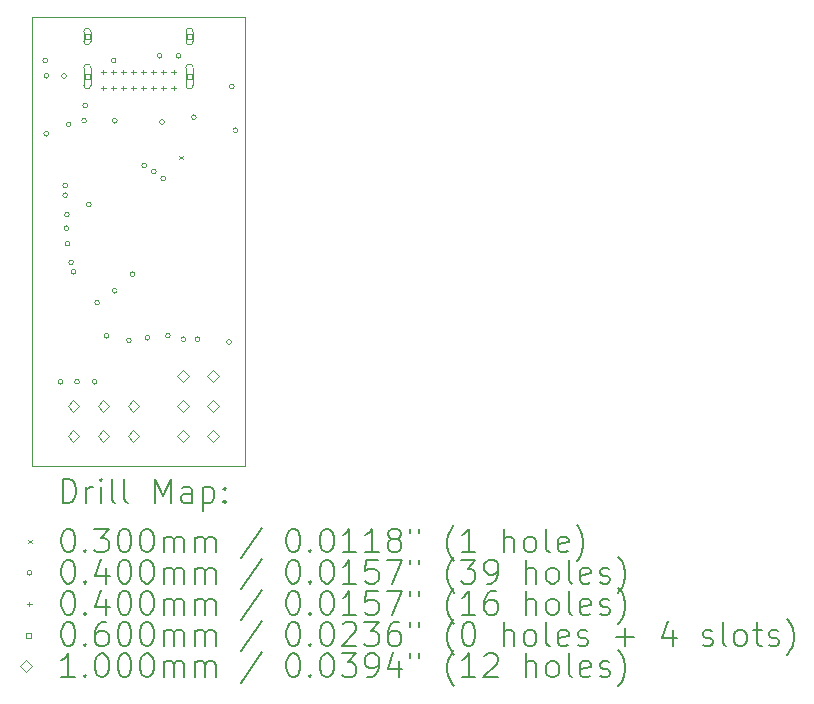
<source format=gbr>
%TF.GenerationSoftware,KiCad,Pcbnew,8.0.3*%
%TF.CreationDate,2024-06-18T14:47:22-04:00*%
%TF.ProjectId,SoarerMax,536f6172-6572-44d6-9178-2e6b69636164,rev?*%
%TF.SameCoordinates,Original*%
%TF.FileFunction,Drillmap*%
%TF.FilePolarity,Positive*%
%FSLAX45Y45*%
G04 Gerber Fmt 4.5, Leading zero omitted, Abs format (unit mm)*
G04 Created by KiCad (PCBNEW 8.0.3) date 2024-06-18 14:47:22*
%MOMM*%
%LPD*%
G01*
G04 APERTURE LIST*
%ADD10C,0.050000*%
%ADD11C,0.200000*%
%ADD12C,0.100000*%
G04 APERTURE END LIST*
D10*
X14000000Y-8100000D02*
X15800000Y-8100000D01*
X15800000Y-11900000D01*
X14000000Y-11900000D01*
X14000000Y-8100000D01*
D11*
D12*
X15245000Y-9275000D02*
X15275000Y-9305000D01*
X15275000Y-9275000D02*
X15245000Y-9305000D01*
X14130000Y-8470000D02*
G75*
G02*
X14090000Y-8470000I-20000J0D01*
G01*
X14090000Y-8470000D02*
G75*
G02*
X14130000Y-8470000I20000J0D01*
G01*
X14140000Y-8600000D02*
G75*
G02*
X14100000Y-8600000I-20000J0D01*
G01*
X14100000Y-8600000D02*
G75*
G02*
X14140000Y-8600000I20000J0D01*
G01*
X14140000Y-9090000D02*
G75*
G02*
X14100000Y-9090000I-20000J0D01*
G01*
X14100000Y-9090000D02*
G75*
G02*
X14140000Y-9090000I20000J0D01*
G01*
X14260000Y-11190000D02*
G75*
G02*
X14220000Y-11190000I-20000J0D01*
G01*
X14220000Y-11190000D02*
G75*
G02*
X14260000Y-11190000I20000J0D01*
G01*
X14290000Y-8600000D02*
G75*
G02*
X14250000Y-8600000I-20000J0D01*
G01*
X14250000Y-8600000D02*
G75*
G02*
X14290000Y-8600000I20000J0D01*
G01*
X14300000Y-9530000D02*
G75*
G02*
X14260000Y-9530000I-20000J0D01*
G01*
X14260000Y-9530000D02*
G75*
G02*
X14300000Y-9530000I20000J0D01*
G01*
X14300000Y-9610000D02*
G75*
G02*
X14260000Y-9610000I-20000J0D01*
G01*
X14260000Y-9610000D02*
G75*
G02*
X14300000Y-9610000I20000J0D01*
G01*
X14310000Y-9890000D02*
G75*
G02*
X14270000Y-9890000I-20000J0D01*
G01*
X14270000Y-9890000D02*
G75*
G02*
X14310000Y-9890000I20000J0D01*
G01*
X14315000Y-9775000D02*
G75*
G02*
X14275000Y-9775000I-20000J0D01*
G01*
X14275000Y-9775000D02*
G75*
G02*
X14315000Y-9775000I20000J0D01*
G01*
X14320000Y-10020000D02*
G75*
G02*
X14280000Y-10020000I-20000J0D01*
G01*
X14280000Y-10020000D02*
G75*
G02*
X14320000Y-10020000I20000J0D01*
G01*
X14330000Y-9010000D02*
G75*
G02*
X14290000Y-9010000I-20000J0D01*
G01*
X14290000Y-9010000D02*
G75*
G02*
X14330000Y-9010000I20000J0D01*
G01*
X14350000Y-10180000D02*
G75*
G02*
X14310000Y-10180000I-20000J0D01*
G01*
X14310000Y-10180000D02*
G75*
G02*
X14350000Y-10180000I20000J0D01*
G01*
X14370000Y-10260000D02*
G75*
G02*
X14330000Y-10260000I-20000J0D01*
G01*
X14330000Y-10260000D02*
G75*
G02*
X14370000Y-10260000I20000J0D01*
G01*
X14400000Y-11190000D02*
G75*
G02*
X14360000Y-11190000I-20000J0D01*
G01*
X14360000Y-11190000D02*
G75*
G02*
X14400000Y-11190000I20000J0D01*
G01*
X14460000Y-8980000D02*
G75*
G02*
X14420000Y-8980000I-20000J0D01*
G01*
X14420000Y-8980000D02*
G75*
G02*
X14460000Y-8980000I20000J0D01*
G01*
X14470000Y-8850000D02*
G75*
G02*
X14430000Y-8850000I-20000J0D01*
G01*
X14430000Y-8850000D02*
G75*
G02*
X14470000Y-8850000I20000J0D01*
G01*
X14500000Y-9690000D02*
G75*
G02*
X14460000Y-9690000I-20000J0D01*
G01*
X14460000Y-9690000D02*
G75*
G02*
X14500000Y-9690000I20000J0D01*
G01*
X14550000Y-11190000D02*
G75*
G02*
X14510000Y-11190000I-20000J0D01*
G01*
X14510000Y-11190000D02*
G75*
G02*
X14550000Y-11190000I20000J0D01*
G01*
X14570000Y-10520000D02*
G75*
G02*
X14530000Y-10520000I-20000J0D01*
G01*
X14530000Y-10520000D02*
G75*
G02*
X14570000Y-10520000I20000J0D01*
G01*
X14650000Y-10800000D02*
G75*
G02*
X14610000Y-10800000I-20000J0D01*
G01*
X14610000Y-10800000D02*
G75*
G02*
X14650000Y-10800000I20000J0D01*
G01*
X14710000Y-8470000D02*
G75*
G02*
X14670000Y-8470000I-20000J0D01*
G01*
X14670000Y-8470000D02*
G75*
G02*
X14710000Y-8470000I20000J0D01*
G01*
X14720000Y-8980000D02*
G75*
G02*
X14680000Y-8980000I-20000J0D01*
G01*
X14680000Y-8980000D02*
G75*
G02*
X14720000Y-8980000I20000J0D01*
G01*
X14720000Y-10420000D02*
G75*
G02*
X14680000Y-10420000I-20000J0D01*
G01*
X14680000Y-10420000D02*
G75*
G02*
X14720000Y-10420000I20000J0D01*
G01*
X14840000Y-10840000D02*
G75*
G02*
X14800000Y-10840000I-20000J0D01*
G01*
X14800000Y-10840000D02*
G75*
G02*
X14840000Y-10840000I20000J0D01*
G01*
X14870000Y-10280000D02*
G75*
G02*
X14830000Y-10280000I-20000J0D01*
G01*
X14830000Y-10280000D02*
G75*
G02*
X14870000Y-10280000I20000J0D01*
G01*
X14970000Y-9360000D02*
G75*
G02*
X14930000Y-9360000I-20000J0D01*
G01*
X14930000Y-9360000D02*
G75*
G02*
X14970000Y-9360000I20000J0D01*
G01*
X14995000Y-10818282D02*
G75*
G02*
X14955000Y-10818282I-20000J0D01*
G01*
X14955000Y-10818282D02*
G75*
G02*
X14995000Y-10818282I20000J0D01*
G01*
X15050000Y-9410000D02*
G75*
G02*
X15010000Y-9410000I-20000J0D01*
G01*
X15010000Y-9410000D02*
G75*
G02*
X15050000Y-9410000I20000J0D01*
G01*
X15100000Y-8430000D02*
G75*
G02*
X15060000Y-8430000I-20000J0D01*
G01*
X15060000Y-8430000D02*
G75*
G02*
X15100000Y-8430000I20000J0D01*
G01*
X15120000Y-8990000D02*
G75*
G02*
X15080000Y-8990000I-20000J0D01*
G01*
X15080000Y-8990000D02*
G75*
G02*
X15120000Y-8990000I20000J0D01*
G01*
X15130000Y-9470000D02*
G75*
G02*
X15090000Y-9470000I-20000J0D01*
G01*
X15090000Y-9470000D02*
G75*
G02*
X15130000Y-9470000I20000J0D01*
G01*
X15170000Y-10800000D02*
G75*
G02*
X15130000Y-10800000I-20000J0D01*
G01*
X15130000Y-10800000D02*
G75*
G02*
X15170000Y-10800000I20000J0D01*
G01*
X15260000Y-8430000D02*
G75*
G02*
X15220000Y-8430000I-20000J0D01*
G01*
X15220000Y-8430000D02*
G75*
G02*
X15260000Y-8430000I20000J0D01*
G01*
X15300000Y-10830000D02*
G75*
G02*
X15260000Y-10830000I-20000J0D01*
G01*
X15260000Y-10830000D02*
G75*
G02*
X15300000Y-10830000I20000J0D01*
G01*
X15390000Y-8950000D02*
G75*
G02*
X15350000Y-8950000I-20000J0D01*
G01*
X15350000Y-8950000D02*
G75*
G02*
X15390000Y-8950000I20000J0D01*
G01*
X15420000Y-10830000D02*
G75*
G02*
X15380000Y-10830000I-20000J0D01*
G01*
X15380000Y-10830000D02*
G75*
G02*
X15420000Y-10830000I20000J0D01*
G01*
X15687500Y-10852500D02*
G75*
G02*
X15647500Y-10852500I-20000J0D01*
G01*
X15647500Y-10852500D02*
G75*
G02*
X15687500Y-10852500I20000J0D01*
G01*
X15710000Y-8690000D02*
G75*
G02*
X15670000Y-8690000I-20000J0D01*
G01*
X15670000Y-8690000D02*
G75*
G02*
X15710000Y-8690000I20000J0D01*
G01*
X15740000Y-9060000D02*
G75*
G02*
X15700000Y-9060000I-20000J0D01*
G01*
X15700000Y-9060000D02*
G75*
G02*
X15740000Y-9060000I20000J0D01*
G01*
X14602500Y-8547500D02*
X14602500Y-8587500D01*
X14582500Y-8567500D02*
X14622500Y-8567500D01*
X14602500Y-8682500D02*
X14602500Y-8722500D01*
X14582500Y-8702500D02*
X14622500Y-8702500D01*
X14687500Y-8547500D02*
X14687500Y-8587500D01*
X14667500Y-8567500D02*
X14707500Y-8567500D01*
X14687500Y-8682500D02*
X14687500Y-8722500D01*
X14667500Y-8702500D02*
X14707500Y-8702500D01*
X14772500Y-8547500D02*
X14772500Y-8587500D01*
X14752500Y-8567500D02*
X14792500Y-8567500D01*
X14772500Y-8682500D02*
X14772500Y-8722500D01*
X14752500Y-8702500D02*
X14792500Y-8702500D01*
X14857500Y-8547500D02*
X14857500Y-8587500D01*
X14837500Y-8567500D02*
X14877500Y-8567500D01*
X14857500Y-8682500D02*
X14857500Y-8722500D01*
X14837500Y-8702500D02*
X14877500Y-8702500D01*
X14942500Y-8547500D02*
X14942500Y-8587500D01*
X14922500Y-8567500D02*
X14962500Y-8567500D01*
X14942500Y-8682500D02*
X14942500Y-8722500D01*
X14922500Y-8702500D02*
X14962500Y-8702500D01*
X15027500Y-8547500D02*
X15027500Y-8587500D01*
X15007500Y-8567500D02*
X15047500Y-8567500D01*
X15027500Y-8682500D02*
X15027500Y-8722500D01*
X15007500Y-8702500D02*
X15047500Y-8702500D01*
X15112500Y-8547500D02*
X15112500Y-8587500D01*
X15092500Y-8567500D02*
X15132500Y-8567500D01*
X15112500Y-8682500D02*
X15112500Y-8722500D01*
X15092500Y-8702500D02*
X15132500Y-8702500D01*
X15197500Y-8547500D02*
X15197500Y-8587500D01*
X15177500Y-8567500D02*
X15217500Y-8567500D01*
X15197500Y-8682500D02*
X15197500Y-8722500D01*
X15177500Y-8702500D02*
X15217500Y-8702500D01*
X14488713Y-8287713D02*
X14488713Y-8245287D01*
X14446287Y-8245287D01*
X14446287Y-8287713D01*
X14488713Y-8287713D01*
X14497500Y-8306500D02*
X14497500Y-8226500D01*
X14437500Y-8226500D02*
G75*
G02*
X14497500Y-8226500I30000J0D01*
G01*
X14437500Y-8226500D02*
X14437500Y-8306500D01*
X14437500Y-8306500D02*
G75*
G03*
X14497500Y-8306500I30000J0D01*
G01*
X14488713Y-8625713D02*
X14488713Y-8583287D01*
X14446287Y-8583287D01*
X14446287Y-8625713D01*
X14488713Y-8625713D01*
X14497500Y-8679500D02*
X14497500Y-8529500D01*
X14437500Y-8529500D02*
G75*
G02*
X14497500Y-8529500I30000J0D01*
G01*
X14437500Y-8529500D02*
X14437500Y-8679500D01*
X14437500Y-8679500D02*
G75*
G03*
X14497500Y-8679500I30000J0D01*
G01*
X15353713Y-8287713D02*
X15353713Y-8245287D01*
X15311287Y-8245287D01*
X15311287Y-8287713D01*
X15353713Y-8287713D01*
X15362500Y-8306500D02*
X15362500Y-8226500D01*
X15302500Y-8226500D02*
G75*
G02*
X15362500Y-8226500I30000J0D01*
G01*
X15302500Y-8226500D02*
X15302500Y-8306500D01*
X15302500Y-8306500D02*
G75*
G03*
X15362500Y-8306500I30000J0D01*
G01*
X15353713Y-8625713D02*
X15353713Y-8583287D01*
X15311287Y-8583287D01*
X15311287Y-8625713D01*
X15353713Y-8625713D01*
X15362500Y-8679500D02*
X15362500Y-8529500D01*
X15302500Y-8529500D02*
G75*
G02*
X15362500Y-8529500I30000J0D01*
G01*
X15302500Y-8529500D02*
X15302500Y-8679500D01*
X15302500Y-8679500D02*
G75*
G03*
X15362500Y-8679500I30000J0D01*
G01*
X14350000Y-11446000D02*
X14400000Y-11396000D01*
X14350000Y-11346000D01*
X14300000Y-11396000D01*
X14350000Y-11446000D01*
X14350000Y-11700000D02*
X14400000Y-11650000D01*
X14350000Y-11600000D01*
X14300000Y-11650000D01*
X14350000Y-11700000D01*
X14604000Y-11446000D02*
X14654000Y-11396000D01*
X14604000Y-11346000D01*
X14554000Y-11396000D01*
X14604000Y-11446000D01*
X14604000Y-11700000D02*
X14654000Y-11650000D01*
X14604000Y-11600000D01*
X14554000Y-11650000D01*
X14604000Y-11700000D01*
X14858000Y-11446000D02*
X14908000Y-11396000D01*
X14858000Y-11346000D01*
X14808000Y-11396000D01*
X14858000Y-11446000D01*
X14858000Y-11700000D02*
X14908000Y-11650000D01*
X14858000Y-11600000D01*
X14808000Y-11650000D01*
X14858000Y-11700000D01*
X15276000Y-11192000D02*
X15326000Y-11142000D01*
X15276000Y-11092000D01*
X15226000Y-11142000D01*
X15276000Y-11192000D01*
X15276000Y-11446000D02*
X15326000Y-11396000D01*
X15276000Y-11346000D01*
X15226000Y-11396000D01*
X15276000Y-11446000D01*
X15276000Y-11700000D02*
X15326000Y-11650000D01*
X15276000Y-11600000D01*
X15226000Y-11650000D01*
X15276000Y-11700000D01*
X15530000Y-11192000D02*
X15580000Y-11142000D01*
X15530000Y-11092000D01*
X15480000Y-11142000D01*
X15530000Y-11192000D01*
X15530000Y-11446000D02*
X15580000Y-11396000D01*
X15530000Y-11346000D01*
X15480000Y-11396000D01*
X15530000Y-11446000D01*
X15530000Y-11700000D02*
X15580000Y-11650000D01*
X15530000Y-11600000D01*
X15480000Y-11650000D01*
X15530000Y-11700000D01*
D11*
X14258277Y-12213984D02*
X14258277Y-12013984D01*
X14258277Y-12013984D02*
X14305896Y-12013984D01*
X14305896Y-12013984D02*
X14334467Y-12023508D01*
X14334467Y-12023508D02*
X14353515Y-12042555D01*
X14353515Y-12042555D02*
X14363039Y-12061603D01*
X14363039Y-12061603D02*
X14372562Y-12099698D01*
X14372562Y-12099698D02*
X14372562Y-12128269D01*
X14372562Y-12128269D02*
X14363039Y-12166365D01*
X14363039Y-12166365D02*
X14353515Y-12185412D01*
X14353515Y-12185412D02*
X14334467Y-12204460D01*
X14334467Y-12204460D02*
X14305896Y-12213984D01*
X14305896Y-12213984D02*
X14258277Y-12213984D01*
X14458277Y-12213984D02*
X14458277Y-12080650D01*
X14458277Y-12118746D02*
X14467801Y-12099698D01*
X14467801Y-12099698D02*
X14477324Y-12090174D01*
X14477324Y-12090174D02*
X14496372Y-12080650D01*
X14496372Y-12080650D02*
X14515420Y-12080650D01*
X14582086Y-12213984D02*
X14582086Y-12080650D01*
X14582086Y-12013984D02*
X14572562Y-12023508D01*
X14572562Y-12023508D02*
X14582086Y-12033031D01*
X14582086Y-12033031D02*
X14591610Y-12023508D01*
X14591610Y-12023508D02*
X14582086Y-12013984D01*
X14582086Y-12013984D02*
X14582086Y-12033031D01*
X14705896Y-12213984D02*
X14686848Y-12204460D01*
X14686848Y-12204460D02*
X14677324Y-12185412D01*
X14677324Y-12185412D02*
X14677324Y-12013984D01*
X14810658Y-12213984D02*
X14791610Y-12204460D01*
X14791610Y-12204460D02*
X14782086Y-12185412D01*
X14782086Y-12185412D02*
X14782086Y-12013984D01*
X15039229Y-12213984D02*
X15039229Y-12013984D01*
X15039229Y-12013984D02*
X15105896Y-12156841D01*
X15105896Y-12156841D02*
X15172562Y-12013984D01*
X15172562Y-12013984D02*
X15172562Y-12213984D01*
X15353515Y-12213984D02*
X15353515Y-12109222D01*
X15353515Y-12109222D02*
X15343991Y-12090174D01*
X15343991Y-12090174D02*
X15324943Y-12080650D01*
X15324943Y-12080650D02*
X15286848Y-12080650D01*
X15286848Y-12080650D02*
X15267801Y-12090174D01*
X15353515Y-12204460D02*
X15334467Y-12213984D01*
X15334467Y-12213984D02*
X15286848Y-12213984D01*
X15286848Y-12213984D02*
X15267801Y-12204460D01*
X15267801Y-12204460D02*
X15258277Y-12185412D01*
X15258277Y-12185412D02*
X15258277Y-12166365D01*
X15258277Y-12166365D02*
X15267801Y-12147317D01*
X15267801Y-12147317D02*
X15286848Y-12137793D01*
X15286848Y-12137793D02*
X15334467Y-12137793D01*
X15334467Y-12137793D02*
X15353515Y-12128269D01*
X15448753Y-12080650D02*
X15448753Y-12280650D01*
X15448753Y-12090174D02*
X15467801Y-12080650D01*
X15467801Y-12080650D02*
X15505896Y-12080650D01*
X15505896Y-12080650D02*
X15524943Y-12090174D01*
X15524943Y-12090174D02*
X15534467Y-12099698D01*
X15534467Y-12099698D02*
X15543991Y-12118746D01*
X15543991Y-12118746D02*
X15543991Y-12175888D01*
X15543991Y-12175888D02*
X15534467Y-12194936D01*
X15534467Y-12194936D02*
X15524943Y-12204460D01*
X15524943Y-12204460D02*
X15505896Y-12213984D01*
X15505896Y-12213984D02*
X15467801Y-12213984D01*
X15467801Y-12213984D02*
X15448753Y-12204460D01*
X15629705Y-12194936D02*
X15639229Y-12204460D01*
X15639229Y-12204460D02*
X15629705Y-12213984D01*
X15629705Y-12213984D02*
X15620182Y-12204460D01*
X15620182Y-12204460D02*
X15629705Y-12194936D01*
X15629705Y-12194936D02*
X15629705Y-12213984D01*
X15629705Y-12090174D02*
X15639229Y-12099698D01*
X15639229Y-12099698D02*
X15629705Y-12109222D01*
X15629705Y-12109222D02*
X15620182Y-12099698D01*
X15620182Y-12099698D02*
X15629705Y-12090174D01*
X15629705Y-12090174D02*
X15629705Y-12109222D01*
D12*
X13967500Y-12527500D02*
X13997500Y-12557500D01*
X13997500Y-12527500D02*
X13967500Y-12557500D01*
D11*
X14296372Y-12433984D02*
X14315420Y-12433984D01*
X14315420Y-12433984D02*
X14334467Y-12443508D01*
X14334467Y-12443508D02*
X14343991Y-12453031D01*
X14343991Y-12453031D02*
X14353515Y-12472079D01*
X14353515Y-12472079D02*
X14363039Y-12510174D01*
X14363039Y-12510174D02*
X14363039Y-12557793D01*
X14363039Y-12557793D02*
X14353515Y-12595888D01*
X14353515Y-12595888D02*
X14343991Y-12614936D01*
X14343991Y-12614936D02*
X14334467Y-12624460D01*
X14334467Y-12624460D02*
X14315420Y-12633984D01*
X14315420Y-12633984D02*
X14296372Y-12633984D01*
X14296372Y-12633984D02*
X14277324Y-12624460D01*
X14277324Y-12624460D02*
X14267801Y-12614936D01*
X14267801Y-12614936D02*
X14258277Y-12595888D01*
X14258277Y-12595888D02*
X14248753Y-12557793D01*
X14248753Y-12557793D02*
X14248753Y-12510174D01*
X14248753Y-12510174D02*
X14258277Y-12472079D01*
X14258277Y-12472079D02*
X14267801Y-12453031D01*
X14267801Y-12453031D02*
X14277324Y-12443508D01*
X14277324Y-12443508D02*
X14296372Y-12433984D01*
X14448753Y-12614936D02*
X14458277Y-12624460D01*
X14458277Y-12624460D02*
X14448753Y-12633984D01*
X14448753Y-12633984D02*
X14439229Y-12624460D01*
X14439229Y-12624460D02*
X14448753Y-12614936D01*
X14448753Y-12614936D02*
X14448753Y-12633984D01*
X14524943Y-12433984D02*
X14648753Y-12433984D01*
X14648753Y-12433984D02*
X14582086Y-12510174D01*
X14582086Y-12510174D02*
X14610658Y-12510174D01*
X14610658Y-12510174D02*
X14629705Y-12519698D01*
X14629705Y-12519698D02*
X14639229Y-12529222D01*
X14639229Y-12529222D02*
X14648753Y-12548269D01*
X14648753Y-12548269D02*
X14648753Y-12595888D01*
X14648753Y-12595888D02*
X14639229Y-12614936D01*
X14639229Y-12614936D02*
X14629705Y-12624460D01*
X14629705Y-12624460D02*
X14610658Y-12633984D01*
X14610658Y-12633984D02*
X14553515Y-12633984D01*
X14553515Y-12633984D02*
X14534467Y-12624460D01*
X14534467Y-12624460D02*
X14524943Y-12614936D01*
X14772562Y-12433984D02*
X14791610Y-12433984D01*
X14791610Y-12433984D02*
X14810658Y-12443508D01*
X14810658Y-12443508D02*
X14820182Y-12453031D01*
X14820182Y-12453031D02*
X14829705Y-12472079D01*
X14829705Y-12472079D02*
X14839229Y-12510174D01*
X14839229Y-12510174D02*
X14839229Y-12557793D01*
X14839229Y-12557793D02*
X14829705Y-12595888D01*
X14829705Y-12595888D02*
X14820182Y-12614936D01*
X14820182Y-12614936D02*
X14810658Y-12624460D01*
X14810658Y-12624460D02*
X14791610Y-12633984D01*
X14791610Y-12633984D02*
X14772562Y-12633984D01*
X14772562Y-12633984D02*
X14753515Y-12624460D01*
X14753515Y-12624460D02*
X14743991Y-12614936D01*
X14743991Y-12614936D02*
X14734467Y-12595888D01*
X14734467Y-12595888D02*
X14724943Y-12557793D01*
X14724943Y-12557793D02*
X14724943Y-12510174D01*
X14724943Y-12510174D02*
X14734467Y-12472079D01*
X14734467Y-12472079D02*
X14743991Y-12453031D01*
X14743991Y-12453031D02*
X14753515Y-12443508D01*
X14753515Y-12443508D02*
X14772562Y-12433984D01*
X14963039Y-12433984D02*
X14982086Y-12433984D01*
X14982086Y-12433984D02*
X15001134Y-12443508D01*
X15001134Y-12443508D02*
X15010658Y-12453031D01*
X15010658Y-12453031D02*
X15020182Y-12472079D01*
X15020182Y-12472079D02*
X15029705Y-12510174D01*
X15029705Y-12510174D02*
X15029705Y-12557793D01*
X15029705Y-12557793D02*
X15020182Y-12595888D01*
X15020182Y-12595888D02*
X15010658Y-12614936D01*
X15010658Y-12614936D02*
X15001134Y-12624460D01*
X15001134Y-12624460D02*
X14982086Y-12633984D01*
X14982086Y-12633984D02*
X14963039Y-12633984D01*
X14963039Y-12633984D02*
X14943991Y-12624460D01*
X14943991Y-12624460D02*
X14934467Y-12614936D01*
X14934467Y-12614936D02*
X14924943Y-12595888D01*
X14924943Y-12595888D02*
X14915420Y-12557793D01*
X14915420Y-12557793D02*
X14915420Y-12510174D01*
X14915420Y-12510174D02*
X14924943Y-12472079D01*
X14924943Y-12472079D02*
X14934467Y-12453031D01*
X14934467Y-12453031D02*
X14943991Y-12443508D01*
X14943991Y-12443508D02*
X14963039Y-12433984D01*
X15115420Y-12633984D02*
X15115420Y-12500650D01*
X15115420Y-12519698D02*
X15124943Y-12510174D01*
X15124943Y-12510174D02*
X15143991Y-12500650D01*
X15143991Y-12500650D02*
X15172563Y-12500650D01*
X15172563Y-12500650D02*
X15191610Y-12510174D01*
X15191610Y-12510174D02*
X15201134Y-12529222D01*
X15201134Y-12529222D02*
X15201134Y-12633984D01*
X15201134Y-12529222D02*
X15210658Y-12510174D01*
X15210658Y-12510174D02*
X15229705Y-12500650D01*
X15229705Y-12500650D02*
X15258277Y-12500650D01*
X15258277Y-12500650D02*
X15277324Y-12510174D01*
X15277324Y-12510174D02*
X15286848Y-12529222D01*
X15286848Y-12529222D02*
X15286848Y-12633984D01*
X15382086Y-12633984D02*
X15382086Y-12500650D01*
X15382086Y-12519698D02*
X15391610Y-12510174D01*
X15391610Y-12510174D02*
X15410658Y-12500650D01*
X15410658Y-12500650D02*
X15439229Y-12500650D01*
X15439229Y-12500650D02*
X15458277Y-12510174D01*
X15458277Y-12510174D02*
X15467801Y-12529222D01*
X15467801Y-12529222D02*
X15467801Y-12633984D01*
X15467801Y-12529222D02*
X15477324Y-12510174D01*
X15477324Y-12510174D02*
X15496372Y-12500650D01*
X15496372Y-12500650D02*
X15524943Y-12500650D01*
X15524943Y-12500650D02*
X15543991Y-12510174D01*
X15543991Y-12510174D02*
X15553515Y-12529222D01*
X15553515Y-12529222D02*
X15553515Y-12633984D01*
X15943991Y-12424460D02*
X15772563Y-12681603D01*
X16201134Y-12433984D02*
X16220182Y-12433984D01*
X16220182Y-12433984D02*
X16239229Y-12443508D01*
X16239229Y-12443508D02*
X16248753Y-12453031D01*
X16248753Y-12453031D02*
X16258277Y-12472079D01*
X16258277Y-12472079D02*
X16267801Y-12510174D01*
X16267801Y-12510174D02*
X16267801Y-12557793D01*
X16267801Y-12557793D02*
X16258277Y-12595888D01*
X16258277Y-12595888D02*
X16248753Y-12614936D01*
X16248753Y-12614936D02*
X16239229Y-12624460D01*
X16239229Y-12624460D02*
X16220182Y-12633984D01*
X16220182Y-12633984D02*
X16201134Y-12633984D01*
X16201134Y-12633984D02*
X16182086Y-12624460D01*
X16182086Y-12624460D02*
X16172563Y-12614936D01*
X16172563Y-12614936D02*
X16163039Y-12595888D01*
X16163039Y-12595888D02*
X16153515Y-12557793D01*
X16153515Y-12557793D02*
X16153515Y-12510174D01*
X16153515Y-12510174D02*
X16163039Y-12472079D01*
X16163039Y-12472079D02*
X16172563Y-12453031D01*
X16172563Y-12453031D02*
X16182086Y-12443508D01*
X16182086Y-12443508D02*
X16201134Y-12433984D01*
X16353515Y-12614936D02*
X16363039Y-12624460D01*
X16363039Y-12624460D02*
X16353515Y-12633984D01*
X16353515Y-12633984D02*
X16343991Y-12624460D01*
X16343991Y-12624460D02*
X16353515Y-12614936D01*
X16353515Y-12614936D02*
X16353515Y-12633984D01*
X16486848Y-12433984D02*
X16505896Y-12433984D01*
X16505896Y-12433984D02*
X16524944Y-12443508D01*
X16524944Y-12443508D02*
X16534467Y-12453031D01*
X16534467Y-12453031D02*
X16543991Y-12472079D01*
X16543991Y-12472079D02*
X16553515Y-12510174D01*
X16553515Y-12510174D02*
X16553515Y-12557793D01*
X16553515Y-12557793D02*
X16543991Y-12595888D01*
X16543991Y-12595888D02*
X16534467Y-12614936D01*
X16534467Y-12614936D02*
X16524944Y-12624460D01*
X16524944Y-12624460D02*
X16505896Y-12633984D01*
X16505896Y-12633984D02*
X16486848Y-12633984D01*
X16486848Y-12633984D02*
X16467801Y-12624460D01*
X16467801Y-12624460D02*
X16458277Y-12614936D01*
X16458277Y-12614936D02*
X16448753Y-12595888D01*
X16448753Y-12595888D02*
X16439229Y-12557793D01*
X16439229Y-12557793D02*
X16439229Y-12510174D01*
X16439229Y-12510174D02*
X16448753Y-12472079D01*
X16448753Y-12472079D02*
X16458277Y-12453031D01*
X16458277Y-12453031D02*
X16467801Y-12443508D01*
X16467801Y-12443508D02*
X16486848Y-12433984D01*
X16743991Y-12633984D02*
X16629706Y-12633984D01*
X16686848Y-12633984D02*
X16686848Y-12433984D01*
X16686848Y-12433984D02*
X16667801Y-12462555D01*
X16667801Y-12462555D02*
X16648753Y-12481603D01*
X16648753Y-12481603D02*
X16629706Y-12491127D01*
X16934468Y-12633984D02*
X16820182Y-12633984D01*
X16877325Y-12633984D02*
X16877325Y-12433984D01*
X16877325Y-12433984D02*
X16858277Y-12462555D01*
X16858277Y-12462555D02*
X16839229Y-12481603D01*
X16839229Y-12481603D02*
X16820182Y-12491127D01*
X17048753Y-12519698D02*
X17029706Y-12510174D01*
X17029706Y-12510174D02*
X17020182Y-12500650D01*
X17020182Y-12500650D02*
X17010658Y-12481603D01*
X17010658Y-12481603D02*
X17010658Y-12472079D01*
X17010658Y-12472079D02*
X17020182Y-12453031D01*
X17020182Y-12453031D02*
X17029706Y-12443508D01*
X17029706Y-12443508D02*
X17048753Y-12433984D01*
X17048753Y-12433984D02*
X17086849Y-12433984D01*
X17086849Y-12433984D02*
X17105896Y-12443508D01*
X17105896Y-12443508D02*
X17115420Y-12453031D01*
X17115420Y-12453031D02*
X17124944Y-12472079D01*
X17124944Y-12472079D02*
X17124944Y-12481603D01*
X17124944Y-12481603D02*
X17115420Y-12500650D01*
X17115420Y-12500650D02*
X17105896Y-12510174D01*
X17105896Y-12510174D02*
X17086849Y-12519698D01*
X17086849Y-12519698D02*
X17048753Y-12519698D01*
X17048753Y-12519698D02*
X17029706Y-12529222D01*
X17029706Y-12529222D02*
X17020182Y-12538746D01*
X17020182Y-12538746D02*
X17010658Y-12557793D01*
X17010658Y-12557793D02*
X17010658Y-12595888D01*
X17010658Y-12595888D02*
X17020182Y-12614936D01*
X17020182Y-12614936D02*
X17029706Y-12624460D01*
X17029706Y-12624460D02*
X17048753Y-12633984D01*
X17048753Y-12633984D02*
X17086849Y-12633984D01*
X17086849Y-12633984D02*
X17105896Y-12624460D01*
X17105896Y-12624460D02*
X17115420Y-12614936D01*
X17115420Y-12614936D02*
X17124944Y-12595888D01*
X17124944Y-12595888D02*
X17124944Y-12557793D01*
X17124944Y-12557793D02*
X17115420Y-12538746D01*
X17115420Y-12538746D02*
X17105896Y-12529222D01*
X17105896Y-12529222D02*
X17086849Y-12519698D01*
X17201134Y-12433984D02*
X17201134Y-12472079D01*
X17277325Y-12433984D02*
X17277325Y-12472079D01*
X17572563Y-12710174D02*
X17563039Y-12700650D01*
X17563039Y-12700650D02*
X17543991Y-12672079D01*
X17543991Y-12672079D02*
X17534468Y-12653031D01*
X17534468Y-12653031D02*
X17524944Y-12624460D01*
X17524944Y-12624460D02*
X17515420Y-12576841D01*
X17515420Y-12576841D02*
X17515420Y-12538746D01*
X17515420Y-12538746D02*
X17524944Y-12491127D01*
X17524944Y-12491127D02*
X17534468Y-12462555D01*
X17534468Y-12462555D02*
X17543991Y-12443508D01*
X17543991Y-12443508D02*
X17563039Y-12414936D01*
X17563039Y-12414936D02*
X17572563Y-12405412D01*
X17753515Y-12633984D02*
X17639230Y-12633984D01*
X17696372Y-12633984D02*
X17696372Y-12433984D01*
X17696372Y-12433984D02*
X17677325Y-12462555D01*
X17677325Y-12462555D02*
X17658277Y-12481603D01*
X17658277Y-12481603D02*
X17639230Y-12491127D01*
X17991611Y-12633984D02*
X17991611Y-12433984D01*
X18077325Y-12633984D02*
X18077325Y-12529222D01*
X18077325Y-12529222D02*
X18067801Y-12510174D01*
X18067801Y-12510174D02*
X18048753Y-12500650D01*
X18048753Y-12500650D02*
X18020182Y-12500650D01*
X18020182Y-12500650D02*
X18001134Y-12510174D01*
X18001134Y-12510174D02*
X17991611Y-12519698D01*
X18201134Y-12633984D02*
X18182087Y-12624460D01*
X18182087Y-12624460D02*
X18172563Y-12614936D01*
X18172563Y-12614936D02*
X18163039Y-12595888D01*
X18163039Y-12595888D02*
X18163039Y-12538746D01*
X18163039Y-12538746D02*
X18172563Y-12519698D01*
X18172563Y-12519698D02*
X18182087Y-12510174D01*
X18182087Y-12510174D02*
X18201134Y-12500650D01*
X18201134Y-12500650D02*
X18229706Y-12500650D01*
X18229706Y-12500650D02*
X18248753Y-12510174D01*
X18248753Y-12510174D02*
X18258277Y-12519698D01*
X18258277Y-12519698D02*
X18267801Y-12538746D01*
X18267801Y-12538746D02*
X18267801Y-12595888D01*
X18267801Y-12595888D02*
X18258277Y-12614936D01*
X18258277Y-12614936D02*
X18248753Y-12624460D01*
X18248753Y-12624460D02*
X18229706Y-12633984D01*
X18229706Y-12633984D02*
X18201134Y-12633984D01*
X18382087Y-12633984D02*
X18363039Y-12624460D01*
X18363039Y-12624460D02*
X18353515Y-12605412D01*
X18353515Y-12605412D02*
X18353515Y-12433984D01*
X18534468Y-12624460D02*
X18515420Y-12633984D01*
X18515420Y-12633984D02*
X18477325Y-12633984D01*
X18477325Y-12633984D02*
X18458277Y-12624460D01*
X18458277Y-12624460D02*
X18448753Y-12605412D01*
X18448753Y-12605412D02*
X18448753Y-12529222D01*
X18448753Y-12529222D02*
X18458277Y-12510174D01*
X18458277Y-12510174D02*
X18477325Y-12500650D01*
X18477325Y-12500650D02*
X18515420Y-12500650D01*
X18515420Y-12500650D02*
X18534468Y-12510174D01*
X18534468Y-12510174D02*
X18543992Y-12529222D01*
X18543992Y-12529222D02*
X18543992Y-12548269D01*
X18543992Y-12548269D02*
X18448753Y-12567317D01*
X18610658Y-12710174D02*
X18620182Y-12700650D01*
X18620182Y-12700650D02*
X18639230Y-12672079D01*
X18639230Y-12672079D02*
X18648753Y-12653031D01*
X18648753Y-12653031D02*
X18658277Y-12624460D01*
X18658277Y-12624460D02*
X18667801Y-12576841D01*
X18667801Y-12576841D02*
X18667801Y-12538746D01*
X18667801Y-12538746D02*
X18658277Y-12491127D01*
X18658277Y-12491127D02*
X18648753Y-12462555D01*
X18648753Y-12462555D02*
X18639230Y-12443508D01*
X18639230Y-12443508D02*
X18620182Y-12414936D01*
X18620182Y-12414936D02*
X18610658Y-12405412D01*
D12*
X13997500Y-12806500D02*
G75*
G02*
X13957500Y-12806500I-20000J0D01*
G01*
X13957500Y-12806500D02*
G75*
G02*
X13997500Y-12806500I20000J0D01*
G01*
D11*
X14296372Y-12697984D02*
X14315420Y-12697984D01*
X14315420Y-12697984D02*
X14334467Y-12707508D01*
X14334467Y-12707508D02*
X14343991Y-12717031D01*
X14343991Y-12717031D02*
X14353515Y-12736079D01*
X14353515Y-12736079D02*
X14363039Y-12774174D01*
X14363039Y-12774174D02*
X14363039Y-12821793D01*
X14363039Y-12821793D02*
X14353515Y-12859888D01*
X14353515Y-12859888D02*
X14343991Y-12878936D01*
X14343991Y-12878936D02*
X14334467Y-12888460D01*
X14334467Y-12888460D02*
X14315420Y-12897984D01*
X14315420Y-12897984D02*
X14296372Y-12897984D01*
X14296372Y-12897984D02*
X14277324Y-12888460D01*
X14277324Y-12888460D02*
X14267801Y-12878936D01*
X14267801Y-12878936D02*
X14258277Y-12859888D01*
X14258277Y-12859888D02*
X14248753Y-12821793D01*
X14248753Y-12821793D02*
X14248753Y-12774174D01*
X14248753Y-12774174D02*
X14258277Y-12736079D01*
X14258277Y-12736079D02*
X14267801Y-12717031D01*
X14267801Y-12717031D02*
X14277324Y-12707508D01*
X14277324Y-12707508D02*
X14296372Y-12697984D01*
X14448753Y-12878936D02*
X14458277Y-12888460D01*
X14458277Y-12888460D02*
X14448753Y-12897984D01*
X14448753Y-12897984D02*
X14439229Y-12888460D01*
X14439229Y-12888460D02*
X14448753Y-12878936D01*
X14448753Y-12878936D02*
X14448753Y-12897984D01*
X14629705Y-12764650D02*
X14629705Y-12897984D01*
X14582086Y-12688460D02*
X14534467Y-12831317D01*
X14534467Y-12831317D02*
X14658277Y-12831317D01*
X14772562Y-12697984D02*
X14791610Y-12697984D01*
X14791610Y-12697984D02*
X14810658Y-12707508D01*
X14810658Y-12707508D02*
X14820182Y-12717031D01*
X14820182Y-12717031D02*
X14829705Y-12736079D01*
X14829705Y-12736079D02*
X14839229Y-12774174D01*
X14839229Y-12774174D02*
X14839229Y-12821793D01*
X14839229Y-12821793D02*
X14829705Y-12859888D01*
X14829705Y-12859888D02*
X14820182Y-12878936D01*
X14820182Y-12878936D02*
X14810658Y-12888460D01*
X14810658Y-12888460D02*
X14791610Y-12897984D01*
X14791610Y-12897984D02*
X14772562Y-12897984D01*
X14772562Y-12897984D02*
X14753515Y-12888460D01*
X14753515Y-12888460D02*
X14743991Y-12878936D01*
X14743991Y-12878936D02*
X14734467Y-12859888D01*
X14734467Y-12859888D02*
X14724943Y-12821793D01*
X14724943Y-12821793D02*
X14724943Y-12774174D01*
X14724943Y-12774174D02*
X14734467Y-12736079D01*
X14734467Y-12736079D02*
X14743991Y-12717031D01*
X14743991Y-12717031D02*
X14753515Y-12707508D01*
X14753515Y-12707508D02*
X14772562Y-12697984D01*
X14963039Y-12697984D02*
X14982086Y-12697984D01*
X14982086Y-12697984D02*
X15001134Y-12707508D01*
X15001134Y-12707508D02*
X15010658Y-12717031D01*
X15010658Y-12717031D02*
X15020182Y-12736079D01*
X15020182Y-12736079D02*
X15029705Y-12774174D01*
X15029705Y-12774174D02*
X15029705Y-12821793D01*
X15029705Y-12821793D02*
X15020182Y-12859888D01*
X15020182Y-12859888D02*
X15010658Y-12878936D01*
X15010658Y-12878936D02*
X15001134Y-12888460D01*
X15001134Y-12888460D02*
X14982086Y-12897984D01*
X14982086Y-12897984D02*
X14963039Y-12897984D01*
X14963039Y-12897984D02*
X14943991Y-12888460D01*
X14943991Y-12888460D02*
X14934467Y-12878936D01*
X14934467Y-12878936D02*
X14924943Y-12859888D01*
X14924943Y-12859888D02*
X14915420Y-12821793D01*
X14915420Y-12821793D02*
X14915420Y-12774174D01*
X14915420Y-12774174D02*
X14924943Y-12736079D01*
X14924943Y-12736079D02*
X14934467Y-12717031D01*
X14934467Y-12717031D02*
X14943991Y-12707508D01*
X14943991Y-12707508D02*
X14963039Y-12697984D01*
X15115420Y-12897984D02*
X15115420Y-12764650D01*
X15115420Y-12783698D02*
X15124943Y-12774174D01*
X15124943Y-12774174D02*
X15143991Y-12764650D01*
X15143991Y-12764650D02*
X15172563Y-12764650D01*
X15172563Y-12764650D02*
X15191610Y-12774174D01*
X15191610Y-12774174D02*
X15201134Y-12793222D01*
X15201134Y-12793222D02*
X15201134Y-12897984D01*
X15201134Y-12793222D02*
X15210658Y-12774174D01*
X15210658Y-12774174D02*
X15229705Y-12764650D01*
X15229705Y-12764650D02*
X15258277Y-12764650D01*
X15258277Y-12764650D02*
X15277324Y-12774174D01*
X15277324Y-12774174D02*
X15286848Y-12793222D01*
X15286848Y-12793222D02*
X15286848Y-12897984D01*
X15382086Y-12897984D02*
X15382086Y-12764650D01*
X15382086Y-12783698D02*
X15391610Y-12774174D01*
X15391610Y-12774174D02*
X15410658Y-12764650D01*
X15410658Y-12764650D02*
X15439229Y-12764650D01*
X15439229Y-12764650D02*
X15458277Y-12774174D01*
X15458277Y-12774174D02*
X15467801Y-12793222D01*
X15467801Y-12793222D02*
X15467801Y-12897984D01*
X15467801Y-12793222D02*
X15477324Y-12774174D01*
X15477324Y-12774174D02*
X15496372Y-12764650D01*
X15496372Y-12764650D02*
X15524943Y-12764650D01*
X15524943Y-12764650D02*
X15543991Y-12774174D01*
X15543991Y-12774174D02*
X15553515Y-12793222D01*
X15553515Y-12793222D02*
X15553515Y-12897984D01*
X15943991Y-12688460D02*
X15772563Y-12945603D01*
X16201134Y-12697984D02*
X16220182Y-12697984D01*
X16220182Y-12697984D02*
X16239229Y-12707508D01*
X16239229Y-12707508D02*
X16248753Y-12717031D01*
X16248753Y-12717031D02*
X16258277Y-12736079D01*
X16258277Y-12736079D02*
X16267801Y-12774174D01*
X16267801Y-12774174D02*
X16267801Y-12821793D01*
X16267801Y-12821793D02*
X16258277Y-12859888D01*
X16258277Y-12859888D02*
X16248753Y-12878936D01*
X16248753Y-12878936D02*
X16239229Y-12888460D01*
X16239229Y-12888460D02*
X16220182Y-12897984D01*
X16220182Y-12897984D02*
X16201134Y-12897984D01*
X16201134Y-12897984D02*
X16182086Y-12888460D01*
X16182086Y-12888460D02*
X16172563Y-12878936D01*
X16172563Y-12878936D02*
X16163039Y-12859888D01*
X16163039Y-12859888D02*
X16153515Y-12821793D01*
X16153515Y-12821793D02*
X16153515Y-12774174D01*
X16153515Y-12774174D02*
X16163039Y-12736079D01*
X16163039Y-12736079D02*
X16172563Y-12717031D01*
X16172563Y-12717031D02*
X16182086Y-12707508D01*
X16182086Y-12707508D02*
X16201134Y-12697984D01*
X16353515Y-12878936D02*
X16363039Y-12888460D01*
X16363039Y-12888460D02*
X16353515Y-12897984D01*
X16353515Y-12897984D02*
X16343991Y-12888460D01*
X16343991Y-12888460D02*
X16353515Y-12878936D01*
X16353515Y-12878936D02*
X16353515Y-12897984D01*
X16486848Y-12697984D02*
X16505896Y-12697984D01*
X16505896Y-12697984D02*
X16524944Y-12707508D01*
X16524944Y-12707508D02*
X16534467Y-12717031D01*
X16534467Y-12717031D02*
X16543991Y-12736079D01*
X16543991Y-12736079D02*
X16553515Y-12774174D01*
X16553515Y-12774174D02*
X16553515Y-12821793D01*
X16553515Y-12821793D02*
X16543991Y-12859888D01*
X16543991Y-12859888D02*
X16534467Y-12878936D01*
X16534467Y-12878936D02*
X16524944Y-12888460D01*
X16524944Y-12888460D02*
X16505896Y-12897984D01*
X16505896Y-12897984D02*
X16486848Y-12897984D01*
X16486848Y-12897984D02*
X16467801Y-12888460D01*
X16467801Y-12888460D02*
X16458277Y-12878936D01*
X16458277Y-12878936D02*
X16448753Y-12859888D01*
X16448753Y-12859888D02*
X16439229Y-12821793D01*
X16439229Y-12821793D02*
X16439229Y-12774174D01*
X16439229Y-12774174D02*
X16448753Y-12736079D01*
X16448753Y-12736079D02*
X16458277Y-12717031D01*
X16458277Y-12717031D02*
X16467801Y-12707508D01*
X16467801Y-12707508D02*
X16486848Y-12697984D01*
X16743991Y-12897984D02*
X16629706Y-12897984D01*
X16686848Y-12897984D02*
X16686848Y-12697984D01*
X16686848Y-12697984D02*
X16667801Y-12726555D01*
X16667801Y-12726555D02*
X16648753Y-12745603D01*
X16648753Y-12745603D02*
X16629706Y-12755127D01*
X16924944Y-12697984D02*
X16829706Y-12697984D01*
X16829706Y-12697984D02*
X16820182Y-12793222D01*
X16820182Y-12793222D02*
X16829706Y-12783698D01*
X16829706Y-12783698D02*
X16848753Y-12774174D01*
X16848753Y-12774174D02*
X16896372Y-12774174D01*
X16896372Y-12774174D02*
X16915420Y-12783698D01*
X16915420Y-12783698D02*
X16924944Y-12793222D01*
X16924944Y-12793222D02*
X16934468Y-12812269D01*
X16934468Y-12812269D02*
X16934468Y-12859888D01*
X16934468Y-12859888D02*
X16924944Y-12878936D01*
X16924944Y-12878936D02*
X16915420Y-12888460D01*
X16915420Y-12888460D02*
X16896372Y-12897984D01*
X16896372Y-12897984D02*
X16848753Y-12897984D01*
X16848753Y-12897984D02*
X16829706Y-12888460D01*
X16829706Y-12888460D02*
X16820182Y-12878936D01*
X17001134Y-12697984D02*
X17134468Y-12697984D01*
X17134468Y-12697984D02*
X17048753Y-12897984D01*
X17201134Y-12697984D02*
X17201134Y-12736079D01*
X17277325Y-12697984D02*
X17277325Y-12736079D01*
X17572563Y-12974174D02*
X17563039Y-12964650D01*
X17563039Y-12964650D02*
X17543991Y-12936079D01*
X17543991Y-12936079D02*
X17534468Y-12917031D01*
X17534468Y-12917031D02*
X17524944Y-12888460D01*
X17524944Y-12888460D02*
X17515420Y-12840841D01*
X17515420Y-12840841D02*
X17515420Y-12802746D01*
X17515420Y-12802746D02*
X17524944Y-12755127D01*
X17524944Y-12755127D02*
X17534468Y-12726555D01*
X17534468Y-12726555D02*
X17543991Y-12707508D01*
X17543991Y-12707508D02*
X17563039Y-12678936D01*
X17563039Y-12678936D02*
X17572563Y-12669412D01*
X17629706Y-12697984D02*
X17753515Y-12697984D01*
X17753515Y-12697984D02*
X17686849Y-12774174D01*
X17686849Y-12774174D02*
X17715420Y-12774174D01*
X17715420Y-12774174D02*
X17734468Y-12783698D01*
X17734468Y-12783698D02*
X17743991Y-12793222D01*
X17743991Y-12793222D02*
X17753515Y-12812269D01*
X17753515Y-12812269D02*
X17753515Y-12859888D01*
X17753515Y-12859888D02*
X17743991Y-12878936D01*
X17743991Y-12878936D02*
X17734468Y-12888460D01*
X17734468Y-12888460D02*
X17715420Y-12897984D01*
X17715420Y-12897984D02*
X17658277Y-12897984D01*
X17658277Y-12897984D02*
X17639230Y-12888460D01*
X17639230Y-12888460D02*
X17629706Y-12878936D01*
X17848753Y-12897984D02*
X17886849Y-12897984D01*
X17886849Y-12897984D02*
X17905896Y-12888460D01*
X17905896Y-12888460D02*
X17915420Y-12878936D01*
X17915420Y-12878936D02*
X17934468Y-12850365D01*
X17934468Y-12850365D02*
X17943991Y-12812269D01*
X17943991Y-12812269D02*
X17943991Y-12736079D01*
X17943991Y-12736079D02*
X17934468Y-12717031D01*
X17934468Y-12717031D02*
X17924944Y-12707508D01*
X17924944Y-12707508D02*
X17905896Y-12697984D01*
X17905896Y-12697984D02*
X17867801Y-12697984D01*
X17867801Y-12697984D02*
X17848753Y-12707508D01*
X17848753Y-12707508D02*
X17839230Y-12717031D01*
X17839230Y-12717031D02*
X17829706Y-12736079D01*
X17829706Y-12736079D02*
X17829706Y-12783698D01*
X17829706Y-12783698D02*
X17839230Y-12802746D01*
X17839230Y-12802746D02*
X17848753Y-12812269D01*
X17848753Y-12812269D02*
X17867801Y-12821793D01*
X17867801Y-12821793D02*
X17905896Y-12821793D01*
X17905896Y-12821793D02*
X17924944Y-12812269D01*
X17924944Y-12812269D02*
X17934468Y-12802746D01*
X17934468Y-12802746D02*
X17943991Y-12783698D01*
X18182087Y-12897984D02*
X18182087Y-12697984D01*
X18267801Y-12897984D02*
X18267801Y-12793222D01*
X18267801Y-12793222D02*
X18258277Y-12774174D01*
X18258277Y-12774174D02*
X18239230Y-12764650D01*
X18239230Y-12764650D02*
X18210658Y-12764650D01*
X18210658Y-12764650D02*
X18191611Y-12774174D01*
X18191611Y-12774174D02*
X18182087Y-12783698D01*
X18391611Y-12897984D02*
X18372563Y-12888460D01*
X18372563Y-12888460D02*
X18363039Y-12878936D01*
X18363039Y-12878936D02*
X18353515Y-12859888D01*
X18353515Y-12859888D02*
X18353515Y-12802746D01*
X18353515Y-12802746D02*
X18363039Y-12783698D01*
X18363039Y-12783698D02*
X18372563Y-12774174D01*
X18372563Y-12774174D02*
X18391611Y-12764650D01*
X18391611Y-12764650D02*
X18420182Y-12764650D01*
X18420182Y-12764650D02*
X18439230Y-12774174D01*
X18439230Y-12774174D02*
X18448753Y-12783698D01*
X18448753Y-12783698D02*
X18458277Y-12802746D01*
X18458277Y-12802746D02*
X18458277Y-12859888D01*
X18458277Y-12859888D02*
X18448753Y-12878936D01*
X18448753Y-12878936D02*
X18439230Y-12888460D01*
X18439230Y-12888460D02*
X18420182Y-12897984D01*
X18420182Y-12897984D02*
X18391611Y-12897984D01*
X18572563Y-12897984D02*
X18553515Y-12888460D01*
X18553515Y-12888460D02*
X18543992Y-12869412D01*
X18543992Y-12869412D02*
X18543992Y-12697984D01*
X18724944Y-12888460D02*
X18705896Y-12897984D01*
X18705896Y-12897984D02*
X18667801Y-12897984D01*
X18667801Y-12897984D02*
X18648753Y-12888460D01*
X18648753Y-12888460D02*
X18639230Y-12869412D01*
X18639230Y-12869412D02*
X18639230Y-12793222D01*
X18639230Y-12793222D02*
X18648753Y-12774174D01*
X18648753Y-12774174D02*
X18667801Y-12764650D01*
X18667801Y-12764650D02*
X18705896Y-12764650D01*
X18705896Y-12764650D02*
X18724944Y-12774174D01*
X18724944Y-12774174D02*
X18734468Y-12793222D01*
X18734468Y-12793222D02*
X18734468Y-12812269D01*
X18734468Y-12812269D02*
X18639230Y-12831317D01*
X18810658Y-12888460D02*
X18829706Y-12897984D01*
X18829706Y-12897984D02*
X18867801Y-12897984D01*
X18867801Y-12897984D02*
X18886849Y-12888460D01*
X18886849Y-12888460D02*
X18896373Y-12869412D01*
X18896373Y-12869412D02*
X18896373Y-12859888D01*
X18896373Y-12859888D02*
X18886849Y-12840841D01*
X18886849Y-12840841D02*
X18867801Y-12831317D01*
X18867801Y-12831317D02*
X18839230Y-12831317D01*
X18839230Y-12831317D02*
X18820182Y-12821793D01*
X18820182Y-12821793D02*
X18810658Y-12802746D01*
X18810658Y-12802746D02*
X18810658Y-12793222D01*
X18810658Y-12793222D02*
X18820182Y-12774174D01*
X18820182Y-12774174D02*
X18839230Y-12764650D01*
X18839230Y-12764650D02*
X18867801Y-12764650D01*
X18867801Y-12764650D02*
X18886849Y-12774174D01*
X18963039Y-12974174D02*
X18972563Y-12964650D01*
X18972563Y-12964650D02*
X18991611Y-12936079D01*
X18991611Y-12936079D02*
X19001134Y-12917031D01*
X19001134Y-12917031D02*
X19010658Y-12888460D01*
X19010658Y-12888460D02*
X19020182Y-12840841D01*
X19020182Y-12840841D02*
X19020182Y-12802746D01*
X19020182Y-12802746D02*
X19010658Y-12755127D01*
X19010658Y-12755127D02*
X19001134Y-12726555D01*
X19001134Y-12726555D02*
X18991611Y-12707508D01*
X18991611Y-12707508D02*
X18972563Y-12678936D01*
X18972563Y-12678936D02*
X18963039Y-12669412D01*
D12*
X13977500Y-13050500D02*
X13977500Y-13090500D01*
X13957500Y-13070500D02*
X13997500Y-13070500D01*
D11*
X14296372Y-12961984D02*
X14315420Y-12961984D01*
X14315420Y-12961984D02*
X14334467Y-12971508D01*
X14334467Y-12971508D02*
X14343991Y-12981031D01*
X14343991Y-12981031D02*
X14353515Y-13000079D01*
X14353515Y-13000079D02*
X14363039Y-13038174D01*
X14363039Y-13038174D02*
X14363039Y-13085793D01*
X14363039Y-13085793D02*
X14353515Y-13123888D01*
X14353515Y-13123888D02*
X14343991Y-13142936D01*
X14343991Y-13142936D02*
X14334467Y-13152460D01*
X14334467Y-13152460D02*
X14315420Y-13161984D01*
X14315420Y-13161984D02*
X14296372Y-13161984D01*
X14296372Y-13161984D02*
X14277324Y-13152460D01*
X14277324Y-13152460D02*
X14267801Y-13142936D01*
X14267801Y-13142936D02*
X14258277Y-13123888D01*
X14258277Y-13123888D02*
X14248753Y-13085793D01*
X14248753Y-13085793D02*
X14248753Y-13038174D01*
X14248753Y-13038174D02*
X14258277Y-13000079D01*
X14258277Y-13000079D02*
X14267801Y-12981031D01*
X14267801Y-12981031D02*
X14277324Y-12971508D01*
X14277324Y-12971508D02*
X14296372Y-12961984D01*
X14448753Y-13142936D02*
X14458277Y-13152460D01*
X14458277Y-13152460D02*
X14448753Y-13161984D01*
X14448753Y-13161984D02*
X14439229Y-13152460D01*
X14439229Y-13152460D02*
X14448753Y-13142936D01*
X14448753Y-13142936D02*
X14448753Y-13161984D01*
X14629705Y-13028650D02*
X14629705Y-13161984D01*
X14582086Y-12952460D02*
X14534467Y-13095317D01*
X14534467Y-13095317D02*
X14658277Y-13095317D01*
X14772562Y-12961984D02*
X14791610Y-12961984D01*
X14791610Y-12961984D02*
X14810658Y-12971508D01*
X14810658Y-12971508D02*
X14820182Y-12981031D01*
X14820182Y-12981031D02*
X14829705Y-13000079D01*
X14829705Y-13000079D02*
X14839229Y-13038174D01*
X14839229Y-13038174D02*
X14839229Y-13085793D01*
X14839229Y-13085793D02*
X14829705Y-13123888D01*
X14829705Y-13123888D02*
X14820182Y-13142936D01*
X14820182Y-13142936D02*
X14810658Y-13152460D01*
X14810658Y-13152460D02*
X14791610Y-13161984D01*
X14791610Y-13161984D02*
X14772562Y-13161984D01*
X14772562Y-13161984D02*
X14753515Y-13152460D01*
X14753515Y-13152460D02*
X14743991Y-13142936D01*
X14743991Y-13142936D02*
X14734467Y-13123888D01*
X14734467Y-13123888D02*
X14724943Y-13085793D01*
X14724943Y-13085793D02*
X14724943Y-13038174D01*
X14724943Y-13038174D02*
X14734467Y-13000079D01*
X14734467Y-13000079D02*
X14743991Y-12981031D01*
X14743991Y-12981031D02*
X14753515Y-12971508D01*
X14753515Y-12971508D02*
X14772562Y-12961984D01*
X14963039Y-12961984D02*
X14982086Y-12961984D01*
X14982086Y-12961984D02*
X15001134Y-12971508D01*
X15001134Y-12971508D02*
X15010658Y-12981031D01*
X15010658Y-12981031D02*
X15020182Y-13000079D01*
X15020182Y-13000079D02*
X15029705Y-13038174D01*
X15029705Y-13038174D02*
X15029705Y-13085793D01*
X15029705Y-13085793D02*
X15020182Y-13123888D01*
X15020182Y-13123888D02*
X15010658Y-13142936D01*
X15010658Y-13142936D02*
X15001134Y-13152460D01*
X15001134Y-13152460D02*
X14982086Y-13161984D01*
X14982086Y-13161984D02*
X14963039Y-13161984D01*
X14963039Y-13161984D02*
X14943991Y-13152460D01*
X14943991Y-13152460D02*
X14934467Y-13142936D01*
X14934467Y-13142936D02*
X14924943Y-13123888D01*
X14924943Y-13123888D02*
X14915420Y-13085793D01*
X14915420Y-13085793D02*
X14915420Y-13038174D01*
X14915420Y-13038174D02*
X14924943Y-13000079D01*
X14924943Y-13000079D02*
X14934467Y-12981031D01*
X14934467Y-12981031D02*
X14943991Y-12971508D01*
X14943991Y-12971508D02*
X14963039Y-12961984D01*
X15115420Y-13161984D02*
X15115420Y-13028650D01*
X15115420Y-13047698D02*
X15124943Y-13038174D01*
X15124943Y-13038174D02*
X15143991Y-13028650D01*
X15143991Y-13028650D02*
X15172563Y-13028650D01*
X15172563Y-13028650D02*
X15191610Y-13038174D01*
X15191610Y-13038174D02*
X15201134Y-13057222D01*
X15201134Y-13057222D02*
X15201134Y-13161984D01*
X15201134Y-13057222D02*
X15210658Y-13038174D01*
X15210658Y-13038174D02*
X15229705Y-13028650D01*
X15229705Y-13028650D02*
X15258277Y-13028650D01*
X15258277Y-13028650D02*
X15277324Y-13038174D01*
X15277324Y-13038174D02*
X15286848Y-13057222D01*
X15286848Y-13057222D02*
X15286848Y-13161984D01*
X15382086Y-13161984D02*
X15382086Y-13028650D01*
X15382086Y-13047698D02*
X15391610Y-13038174D01*
X15391610Y-13038174D02*
X15410658Y-13028650D01*
X15410658Y-13028650D02*
X15439229Y-13028650D01*
X15439229Y-13028650D02*
X15458277Y-13038174D01*
X15458277Y-13038174D02*
X15467801Y-13057222D01*
X15467801Y-13057222D02*
X15467801Y-13161984D01*
X15467801Y-13057222D02*
X15477324Y-13038174D01*
X15477324Y-13038174D02*
X15496372Y-13028650D01*
X15496372Y-13028650D02*
X15524943Y-13028650D01*
X15524943Y-13028650D02*
X15543991Y-13038174D01*
X15543991Y-13038174D02*
X15553515Y-13057222D01*
X15553515Y-13057222D02*
X15553515Y-13161984D01*
X15943991Y-12952460D02*
X15772563Y-13209603D01*
X16201134Y-12961984D02*
X16220182Y-12961984D01*
X16220182Y-12961984D02*
X16239229Y-12971508D01*
X16239229Y-12971508D02*
X16248753Y-12981031D01*
X16248753Y-12981031D02*
X16258277Y-13000079D01*
X16258277Y-13000079D02*
X16267801Y-13038174D01*
X16267801Y-13038174D02*
X16267801Y-13085793D01*
X16267801Y-13085793D02*
X16258277Y-13123888D01*
X16258277Y-13123888D02*
X16248753Y-13142936D01*
X16248753Y-13142936D02*
X16239229Y-13152460D01*
X16239229Y-13152460D02*
X16220182Y-13161984D01*
X16220182Y-13161984D02*
X16201134Y-13161984D01*
X16201134Y-13161984D02*
X16182086Y-13152460D01*
X16182086Y-13152460D02*
X16172563Y-13142936D01*
X16172563Y-13142936D02*
X16163039Y-13123888D01*
X16163039Y-13123888D02*
X16153515Y-13085793D01*
X16153515Y-13085793D02*
X16153515Y-13038174D01*
X16153515Y-13038174D02*
X16163039Y-13000079D01*
X16163039Y-13000079D02*
X16172563Y-12981031D01*
X16172563Y-12981031D02*
X16182086Y-12971508D01*
X16182086Y-12971508D02*
X16201134Y-12961984D01*
X16353515Y-13142936D02*
X16363039Y-13152460D01*
X16363039Y-13152460D02*
X16353515Y-13161984D01*
X16353515Y-13161984D02*
X16343991Y-13152460D01*
X16343991Y-13152460D02*
X16353515Y-13142936D01*
X16353515Y-13142936D02*
X16353515Y-13161984D01*
X16486848Y-12961984D02*
X16505896Y-12961984D01*
X16505896Y-12961984D02*
X16524944Y-12971508D01*
X16524944Y-12971508D02*
X16534467Y-12981031D01*
X16534467Y-12981031D02*
X16543991Y-13000079D01*
X16543991Y-13000079D02*
X16553515Y-13038174D01*
X16553515Y-13038174D02*
X16553515Y-13085793D01*
X16553515Y-13085793D02*
X16543991Y-13123888D01*
X16543991Y-13123888D02*
X16534467Y-13142936D01*
X16534467Y-13142936D02*
X16524944Y-13152460D01*
X16524944Y-13152460D02*
X16505896Y-13161984D01*
X16505896Y-13161984D02*
X16486848Y-13161984D01*
X16486848Y-13161984D02*
X16467801Y-13152460D01*
X16467801Y-13152460D02*
X16458277Y-13142936D01*
X16458277Y-13142936D02*
X16448753Y-13123888D01*
X16448753Y-13123888D02*
X16439229Y-13085793D01*
X16439229Y-13085793D02*
X16439229Y-13038174D01*
X16439229Y-13038174D02*
X16448753Y-13000079D01*
X16448753Y-13000079D02*
X16458277Y-12981031D01*
X16458277Y-12981031D02*
X16467801Y-12971508D01*
X16467801Y-12971508D02*
X16486848Y-12961984D01*
X16743991Y-13161984D02*
X16629706Y-13161984D01*
X16686848Y-13161984D02*
X16686848Y-12961984D01*
X16686848Y-12961984D02*
X16667801Y-12990555D01*
X16667801Y-12990555D02*
X16648753Y-13009603D01*
X16648753Y-13009603D02*
X16629706Y-13019127D01*
X16924944Y-12961984D02*
X16829706Y-12961984D01*
X16829706Y-12961984D02*
X16820182Y-13057222D01*
X16820182Y-13057222D02*
X16829706Y-13047698D01*
X16829706Y-13047698D02*
X16848753Y-13038174D01*
X16848753Y-13038174D02*
X16896372Y-13038174D01*
X16896372Y-13038174D02*
X16915420Y-13047698D01*
X16915420Y-13047698D02*
X16924944Y-13057222D01*
X16924944Y-13057222D02*
X16934468Y-13076269D01*
X16934468Y-13076269D02*
X16934468Y-13123888D01*
X16934468Y-13123888D02*
X16924944Y-13142936D01*
X16924944Y-13142936D02*
X16915420Y-13152460D01*
X16915420Y-13152460D02*
X16896372Y-13161984D01*
X16896372Y-13161984D02*
X16848753Y-13161984D01*
X16848753Y-13161984D02*
X16829706Y-13152460D01*
X16829706Y-13152460D02*
X16820182Y-13142936D01*
X17001134Y-12961984D02*
X17134468Y-12961984D01*
X17134468Y-12961984D02*
X17048753Y-13161984D01*
X17201134Y-12961984D02*
X17201134Y-13000079D01*
X17277325Y-12961984D02*
X17277325Y-13000079D01*
X17572563Y-13238174D02*
X17563039Y-13228650D01*
X17563039Y-13228650D02*
X17543991Y-13200079D01*
X17543991Y-13200079D02*
X17534468Y-13181031D01*
X17534468Y-13181031D02*
X17524944Y-13152460D01*
X17524944Y-13152460D02*
X17515420Y-13104841D01*
X17515420Y-13104841D02*
X17515420Y-13066746D01*
X17515420Y-13066746D02*
X17524944Y-13019127D01*
X17524944Y-13019127D02*
X17534468Y-12990555D01*
X17534468Y-12990555D02*
X17543991Y-12971508D01*
X17543991Y-12971508D02*
X17563039Y-12942936D01*
X17563039Y-12942936D02*
X17572563Y-12933412D01*
X17753515Y-13161984D02*
X17639230Y-13161984D01*
X17696372Y-13161984D02*
X17696372Y-12961984D01*
X17696372Y-12961984D02*
X17677325Y-12990555D01*
X17677325Y-12990555D02*
X17658277Y-13009603D01*
X17658277Y-13009603D02*
X17639230Y-13019127D01*
X17924944Y-12961984D02*
X17886849Y-12961984D01*
X17886849Y-12961984D02*
X17867801Y-12971508D01*
X17867801Y-12971508D02*
X17858277Y-12981031D01*
X17858277Y-12981031D02*
X17839230Y-13009603D01*
X17839230Y-13009603D02*
X17829706Y-13047698D01*
X17829706Y-13047698D02*
X17829706Y-13123888D01*
X17829706Y-13123888D02*
X17839230Y-13142936D01*
X17839230Y-13142936D02*
X17848753Y-13152460D01*
X17848753Y-13152460D02*
X17867801Y-13161984D01*
X17867801Y-13161984D02*
X17905896Y-13161984D01*
X17905896Y-13161984D02*
X17924944Y-13152460D01*
X17924944Y-13152460D02*
X17934468Y-13142936D01*
X17934468Y-13142936D02*
X17943991Y-13123888D01*
X17943991Y-13123888D02*
X17943991Y-13076269D01*
X17943991Y-13076269D02*
X17934468Y-13057222D01*
X17934468Y-13057222D02*
X17924944Y-13047698D01*
X17924944Y-13047698D02*
X17905896Y-13038174D01*
X17905896Y-13038174D02*
X17867801Y-13038174D01*
X17867801Y-13038174D02*
X17848753Y-13047698D01*
X17848753Y-13047698D02*
X17839230Y-13057222D01*
X17839230Y-13057222D02*
X17829706Y-13076269D01*
X18182087Y-13161984D02*
X18182087Y-12961984D01*
X18267801Y-13161984D02*
X18267801Y-13057222D01*
X18267801Y-13057222D02*
X18258277Y-13038174D01*
X18258277Y-13038174D02*
X18239230Y-13028650D01*
X18239230Y-13028650D02*
X18210658Y-13028650D01*
X18210658Y-13028650D02*
X18191611Y-13038174D01*
X18191611Y-13038174D02*
X18182087Y-13047698D01*
X18391611Y-13161984D02*
X18372563Y-13152460D01*
X18372563Y-13152460D02*
X18363039Y-13142936D01*
X18363039Y-13142936D02*
X18353515Y-13123888D01*
X18353515Y-13123888D02*
X18353515Y-13066746D01*
X18353515Y-13066746D02*
X18363039Y-13047698D01*
X18363039Y-13047698D02*
X18372563Y-13038174D01*
X18372563Y-13038174D02*
X18391611Y-13028650D01*
X18391611Y-13028650D02*
X18420182Y-13028650D01*
X18420182Y-13028650D02*
X18439230Y-13038174D01*
X18439230Y-13038174D02*
X18448753Y-13047698D01*
X18448753Y-13047698D02*
X18458277Y-13066746D01*
X18458277Y-13066746D02*
X18458277Y-13123888D01*
X18458277Y-13123888D02*
X18448753Y-13142936D01*
X18448753Y-13142936D02*
X18439230Y-13152460D01*
X18439230Y-13152460D02*
X18420182Y-13161984D01*
X18420182Y-13161984D02*
X18391611Y-13161984D01*
X18572563Y-13161984D02*
X18553515Y-13152460D01*
X18553515Y-13152460D02*
X18543992Y-13133412D01*
X18543992Y-13133412D02*
X18543992Y-12961984D01*
X18724944Y-13152460D02*
X18705896Y-13161984D01*
X18705896Y-13161984D02*
X18667801Y-13161984D01*
X18667801Y-13161984D02*
X18648753Y-13152460D01*
X18648753Y-13152460D02*
X18639230Y-13133412D01*
X18639230Y-13133412D02*
X18639230Y-13057222D01*
X18639230Y-13057222D02*
X18648753Y-13038174D01*
X18648753Y-13038174D02*
X18667801Y-13028650D01*
X18667801Y-13028650D02*
X18705896Y-13028650D01*
X18705896Y-13028650D02*
X18724944Y-13038174D01*
X18724944Y-13038174D02*
X18734468Y-13057222D01*
X18734468Y-13057222D02*
X18734468Y-13076269D01*
X18734468Y-13076269D02*
X18639230Y-13095317D01*
X18810658Y-13152460D02*
X18829706Y-13161984D01*
X18829706Y-13161984D02*
X18867801Y-13161984D01*
X18867801Y-13161984D02*
X18886849Y-13152460D01*
X18886849Y-13152460D02*
X18896373Y-13133412D01*
X18896373Y-13133412D02*
X18896373Y-13123888D01*
X18896373Y-13123888D02*
X18886849Y-13104841D01*
X18886849Y-13104841D02*
X18867801Y-13095317D01*
X18867801Y-13095317D02*
X18839230Y-13095317D01*
X18839230Y-13095317D02*
X18820182Y-13085793D01*
X18820182Y-13085793D02*
X18810658Y-13066746D01*
X18810658Y-13066746D02*
X18810658Y-13057222D01*
X18810658Y-13057222D02*
X18820182Y-13038174D01*
X18820182Y-13038174D02*
X18839230Y-13028650D01*
X18839230Y-13028650D02*
X18867801Y-13028650D01*
X18867801Y-13028650D02*
X18886849Y-13038174D01*
X18963039Y-13238174D02*
X18972563Y-13228650D01*
X18972563Y-13228650D02*
X18991611Y-13200079D01*
X18991611Y-13200079D02*
X19001134Y-13181031D01*
X19001134Y-13181031D02*
X19010658Y-13152460D01*
X19010658Y-13152460D02*
X19020182Y-13104841D01*
X19020182Y-13104841D02*
X19020182Y-13066746D01*
X19020182Y-13066746D02*
X19010658Y-13019127D01*
X19010658Y-13019127D02*
X19001134Y-12990555D01*
X19001134Y-12990555D02*
X18991611Y-12971508D01*
X18991611Y-12971508D02*
X18972563Y-12942936D01*
X18972563Y-12942936D02*
X18963039Y-12933412D01*
D12*
X13988713Y-13355713D02*
X13988713Y-13313287D01*
X13946287Y-13313287D01*
X13946287Y-13355713D01*
X13988713Y-13355713D01*
D11*
X14296372Y-13225984D02*
X14315420Y-13225984D01*
X14315420Y-13225984D02*
X14334467Y-13235508D01*
X14334467Y-13235508D02*
X14343991Y-13245031D01*
X14343991Y-13245031D02*
X14353515Y-13264079D01*
X14353515Y-13264079D02*
X14363039Y-13302174D01*
X14363039Y-13302174D02*
X14363039Y-13349793D01*
X14363039Y-13349793D02*
X14353515Y-13387888D01*
X14353515Y-13387888D02*
X14343991Y-13406936D01*
X14343991Y-13406936D02*
X14334467Y-13416460D01*
X14334467Y-13416460D02*
X14315420Y-13425984D01*
X14315420Y-13425984D02*
X14296372Y-13425984D01*
X14296372Y-13425984D02*
X14277324Y-13416460D01*
X14277324Y-13416460D02*
X14267801Y-13406936D01*
X14267801Y-13406936D02*
X14258277Y-13387888D01*
X14258277Y-13387888D02*
X14248753Y-13349793D01*
X14248753Y-13349793D02*
X14248753Y-13302174D01*
X14248753Y-13302174D02*
X14258277Y-13264079D01*
X14258277Y-13264079D02*
X14267801Y-13245031D01*
X14267801Y-13245031D02*
X14277324Y-13235508D01*
X14277324Y-13235508D02*
X14296372Y-13225984D01*
X14448753Y-13406936D02*
X14458277Y-13416460D01*
X14458277Y-13416460D02*
X14448753Y-13425984D01*
X14448753Y-13425984D02*
X14439229Y-13416460D01*
X14439229Y-13416460D02*
X14448753Y-13406936D01*
X14448753Y-13406936D02*
X14448753Y-13425984D01*
X14629705Y-13225984D02*
X14591610Y-13225984D01*
X14591610Y-13225984D02*
X14572562Y-13235508D01*
X14572562Y-13235508D02*
X14563039Y-13245031D01*
X14563039Y-13245031D02*
X14543991Y-13273603D01*
X14543991Y-13273603D02*
X14534467Y-13311698D01*
X14534467Y-13311698D02*
X14534467Y-13387888D01*
X14534467Y-13387888D02*
X14543991Y-13406936D01*
X14543991Y-13406936D02*
X14553515Y-13416460D01*
X14553515Y-13416460D02*
X14572562Y-13425984D01*
X14572562Y-13425984D02*
X14610658Y-13425984D01*
X14610658Y-13425984D02*
X14629705Y-13416460D01*
X14629705Y-13416460D02*
X14639229Y-13406936D01*
X14639229Y-13406936D02*
X14648753Y-13387888D01*
X14648753Y-13387888D02*
X14648753Y-13340269D01*
X14648753Y-13340269D02*
X14639229Y-13321222D01*
X14639229Y-13321222D02*
X14629705Y-13311698D01*
X14629705Y-13311698D02*
X14610658Y-13302174D01*
X14610658Y-13302174D02*
X14572562Y-13302174D01*
X14572562Y-13302174D02*
X14553515Y-13311698D01*
X14553515Y-13311698D02*
X14543991Y-13321222D01*
X14543991Y-13321222D02*
X14534467Y-13340269D01*
X14772562Y-13225984D02*
X14791610Y-13225984D01*
X14791610Y-13225984D02*
X14810658Y-13235508D01*
X14810658Y-13235508D02*
X14820182Y-13245031D01*
X14820182Y-13245031D02*
X14829705Y-13264079D01*
X14829705Y-13264079D02*
X14839229Y-13302174D01*
X14839229Y-13302174D02*
X14839229Y-13349793D01*
X14839229Y-13349793D02*
X14829705Y-13387888D01*
X14829705Y-13387888D02*
X14820182Y-13406936D01*
X14820182Y-13406936D02*
X14810658Y-13416460D01*
X14810658Y-13416460D02*
X14791610Y-13425984D01*
X14791610Y-13425984D02*
X14772562Y-13425984D01*
X14772562Y-13425984D02*
X14753515Y-13416460D01*
X14753515Y-13416460D02*
X14743991Y-13406936D01*
X14743991Y-13406936D02*
X14734467Y-13387888D01*
X14734467Y-13387888D02*
X14724943Y-13349793D01*
X14724943Y-13349793D02*
X14724943Y-13302174D01*
X14724943Y-13302174D02*
X14734467Y-13264079D01*
X14734467Y-13264079D02*
X14743991Y-13245031D01*
X14743991Y-13245031D02*
X14753515Y-13235508D01*
X14753515Y-13235508D02*
X14772562Y-13225984D01*
X14963039Y-13225984D02*
X14982086Y-13225984D01*
X14982086Y-13225984D02*
X15001134Y-13235508D01*
X15001134Y-13235508D02*
X15010658Y-13245031D01*
X15010658Y-13245031D02*
X15020182Y-13264079D01*
X15020182Y-13264079D02*
X15029705Y-13302174D01*
X15029705Y-13302174D02*
X15029705Y-13349793D01*
X15029705Y-13349793D02*
X15020182Y-13387888D01*
X15020182Y-13387888D02*
X15010658Y-13406936D01*
X15010658Y-13406936D02*
X15001134Y-13416460D01*
X15001134Y-13416460D02*
X14982086Y-13425984D01*
X14982086Y-13425984D02*
X14963039Y-13425984D01*
X14963039Y-13425984D02*
X14943991Y-13416460D01*
X14943991Y-13416460D02*
X14934467Y-13406936D01*
X14934467Y-13406936D02*
X14924943Y-13387888D01*
X14924943Y-13387888D02*
X14915420Y-13349793D01*
X14915420Y-13349793D02*
X14915420Y-13302174D01*
X14915420Y-13302174D02*
X14924943Y-13264079D01*
X14924943Y-13264079D02*
X14934467Y-13245031D01*
X14934467Y-13245031D02*
X14943991Y-13235508D01*
X14943991Y-13235508D02*
X14963039Y-13225984D01*
X15115420Y-13425984D02*
X15115420Y-13292650D01*
X15115420Y-13311698D02*
X15124943Y-13302174D01*
X15124943Y-13302174D02*
X15143991Y-13292650D01*
X15143991Y-13292650D02*
X15172563Y-13292650D01*
X15172563Y-13292650D02*
X15191610Y-13302174D01*
X15191610Y-13302174D02*
X15201134Y-13321222D01*
X15201134Y-13321222D02*
X15201134Y-13425984D01*
X15201134Y-13321222D02*
X15210658Y-13302174D01*
X15210658Y-13302174D02*
X15229705Y-13292650D01*
X15229705Y-13292650D02*
X15258277Y-13292650D01*
X15258277Y-13292650D02*
X15277324Y-13302174D01*
X15277324Y-13302174D02*
X15286848Y-13321222D01*
X15286848Y-13321222D02*
X15286848Y-13425984D01*
X15382086Y-13425984D02*
X15382086Y-13292650D01*
X15382086Y-13311698D02*
X15391610Y-13302174D01*
X15391610Y-13302174D02*
X15410658Y-13292650D01*
X15410658Y-13292650D02*
X15439229Y-13292650D01*
X15439229Y-13292650D02*
X15458277Y-13302174D01*
X15458277Y-13302174D02*
X15467801Y-13321222D01*
X15467801Y-13321222D02*
X15467801Y-13425984D01*
X15467801Y-13321222D02*
X15477324Y-13302174D01*
X15477324Y-13302174D02*
X15496372Y-13292650D01*
X15496372Y-13292650D02*
X15524943Y-13292650D01*
X15524943Y-13292650D02*
X15543991Y-13302174D01*
X15543991Y-13302174D02*
X15553515Y-13321222D01*
X15553515Y-13321222D02*
X15553515Y-13425984D01*
X15943991Y-13216460D02*
X15772563Y-13473603D01*
X16201134Y-13225984D02*
X16220182Y-13225984D01*
X16220182Y-13225984D02*
X16239229Y-13235508D01*
X16239229Y-13235508D02*
X16248753Y-13245031D01*
X16248753Y-13245031D02*
X16258277Y-13264079D01*
X16258277Y-13264079D02*
X16267801Y-13302174D01*
X16267801Y-13302174D02*
X16267801Y-13349793D01*
X16267801Y-13349793D02*
X16258277Y-13387888D01*
X16258277Y-13387888D02*
X16248753Y-13406936D01*
X16248753Y-13406936D02*
X16239229Y-13416460D01*
X16239229Y-13416460D02*
X16220182Y-13425984D01*
X16220182Y-13425984D02*
X16201134Y-13425984D01*
X16201134Y-13425984D02*
X16182086Y-13416460D01*
X16182086Y-13416460D02*
X16172563Y-13406936D01*
X16172563Y-13406936D02*
X16163039Y-13387888D01*
X16163039Y-13387888D02*
X16153515Y-13349793D01*
X16153515Y-13349793D02*
X16153515Y-13302174D01*
X16153515Y-13302174D02*
X16163039Y-13264079D01*
X16163039Y-13264079D02*
X16172563Y-13245031D01*
X16172563Y-13245031D02*
X16182086Y-13235508D01*
X16182086Y-13235508D02*
X16201134Y-13225984D01*
X16353515Y-13406936D02*
X16363039Y-13416460D01*
X16363039Y-13416460D02*
X16353515Y-13425984D01*
X16353515Y-13425984D02*
X16343991Y-13416460D01*
X16343991Y-13416460D02*
X16353515Y-13406936D01*
X16353515Y-13406936D02*
X16353515Y-13425984D01*
X16486848Y-13225984D02*
X16505896Y-13225984D01*
X16505896Y-13225984D02*
X16524944Y-13235508D01*
X16524944Y-13235508D02*
X16534467Y-13245031D01*
X16534467Y-13245031D02*
X16543991Y-13264079D01*
X16543991Y-13264079D02*
X16553515Y-13302174D01*
X16553515Y-13302174D02*
X16553515Y-13349793D01*
X16553515Y-13349793D02*
X16543991Y-13387888D01*
X16543991Y-13387888D02*
X16534467Y-13406936D01*
X16534467Y-13406936D02*
X16524944Y-13416460D01*
X16524944Y-13416460D02*
X16505896Y-13425984D01*
X16505896Y-13425984D02*
X16486848Y-13425984D01*
X16486848Y-13425984D02*
X16467801Y-13416460D01*
X16467801Y-13416460D02*
X16458277Y-13406936D01*
X16458277Y-13406936D02*
X16448753Y-13387888D01*
X16448753Y-13387888D02*
X16439229Y-13349793D01*
X16439229Y-13349793D02*
X16439229Y-13302174D01*
X16439229Y-13302174D02*
X16448753Y-13264079D01*
X16448753Y-13264079D02*
X16458277Y-13245031D01*
X16458277Y-13245031D02*
X16467801Y-13235508D01*
X16467801Y-13235508D02*
X16486848Y-13225984D01*
X16629706Y-13245031D02*
X16639229Y-13235508D01*
X16639229Y-13235508D02*
X16658277Y-13225984D01*
X16658277Y-13225984D02*
X16705896Y-13225984D01*
X16705896Y-13225984D02*
X16724944Y-13235508D01*
X16724944Y-13235508D02*
X16734467Y-13245031D01*
X16734467Y-13245031D02*
X16743991Y-13264079D01*
X16743991Y-13264079D02*
X16743991Y-13283127D01*
X16743991Y-13283127D02*
X16734467Y-13311698D01*
X16734467Y-13311698D02*
X16620182Y-13425984D01*
X16620182Y-13425984D02*
X16743991Y-13425984D01*
X16810658Y-13225984D02*
X16934468Y-13225984D01*
X16934468Y-13225984D02*
X16867801Y-13302174D01*
X16867801Y-13302174D02*
X16896372Y-13302174D01*
X16896372Y-13302174D02*
X16915420Y-13311698D01*
X16915420Y-13311698D02*
X16924944Y-13321222D01*
X16924944Y-13321222D02*
X16934468Y-13340269D01*
X16934468Y-13340269D02*
X16934468Y-13387888D01*
X16934468Y-13387888D02*
X16924944Y-13406936D01*
X16924944Y-13406936D02*
X16915420Y-13416460D01*
X16915420Y-13416460D02*
X16896372Y-13425984D01*
X16896372Y-13425984D02*
X16839229Y-13425984D01*
X16839229Y-13425984D02*
X16820182Y-13416460D01*
X16820182Y-13416460D02*
X16810658Y-13406936D01*
X17105896Y-13225984D02*
X17067801Y-13225984D01*
X17067801Y-13225984D02*
X17048753Y-13235508D01*
X17048753Y-13235508D02*
X17039229Y-13245031D01*
X17039229Y-13245031D02*
X17020182Y-13273603D01*
X17020182Y-13273603D02*
X17010658Y-13311698D01*
X17010658Y-13311698D02*
X17010658Y-13387888D01*
X17010658Y-13387888D02*
X17020182Y-13406936D01*
X17020182Y-13406936D02*
X17029706Y-13416460D01*
X17029706Y-13416460D02*
X17048753Y-13425984D01*
X17048753Y-13425984D02*
X17086849Y-13425984D01*
X17086849Y-13425984D02*
X17105896Y-13416460D01*
X17105896Y-13416460D02*
X17115420Y-13406936D01*
X17115420Y-13406936D02*
X17124944Y-13387888D01*
X17124944Y-13387888D02*
X17124944Y-13340269D01*
X17124944Y-13340269D02*
X17115420Y-13321222D01*
X17115420Y-13321222D02*
X17105896Y-13311698D01*
X17105896Y-13311698D02*
X17086849Y-13302174D01*
X17086849Y-13302174D02*
X17048753Y-13302174D01*
X17048753Y-13302174D02*
X17029706Y-13311698D01*
X17029706Y-13311698D02*
X17020182Y-13321222D01*
X17020182Y-13321222D02*
X17010658Y-13340269D01*
X17201134Y-13225984D02*
X17201134Y-13264079D01*
X17277325Y-13225984D02*
X17277325Y-13264079D01*
X17572563Y-13502174D02*
X17563039Y-13492650D01*
X17563039Y-13492650D02*
X17543991Y-13464079D01*
X17543991Y-13464079D02*
X17534468Y-13445031D01*
X17534468Y-13445031D02*
X17524944Y-13416460D01*
X17524944Y-13416460D02*
X17515420Y-13368841D01*
X17515420Y-13368841D02*
X17515420Y-13330746D01*
X17515420Y-13330746D02*
X17524944Y-13283127D01*
X17524944Y-13283127D02*
X17534468Y-13254555D01*
X17534468Y-13254555D02*
X17543991Y-13235508D01*
X17543991Y-13235508D02*
X17563039Y-13206936D01*
X17563039Y-13206936D02*
X17572563Y-13197412D01*
X17686849Y-13225984D02*
X17705896Y-13225984D01*
X17705896Y-13225984D02*
X17724944Y-13235508D01*
X17724944Y-13235508D02*
X17734468Y-13245031D01*
X17734468Y-13245031D02*
X17743991Y-13264079D01*
X17743991Y-13264079D02*
X17753515Y-13302174D01*
X17753515Y-13302174D02*
X17753515Y-13349793D01*
X17753515Y-13349793D02*
X17743991Y-13387888D01*
X17743991Y-13387888D02*
X17734468Y-13406936D01*
X17734468Y-13406936D02*
X17724944Y-13416460D01*
X17724944Y-13416460D02*
X17705896Y-13425984D01*
X17705896Y-13425984D02*
X17686849Y-13425984D01*
X17686849Y-13425984D02*
X17667801Y-13416460D01*
X17667801Y-13416460D02*
X17658277Y-13406936D01*
X17658277Y-13406936D02*
X17648753Y-13387888D01*
X17648753Y-13387888D02*
X17639230Y-13349793D01*
X17639230Y-13349793D02*
X17639230Y-13302174D01*
X17639230Y-13302174D02*
X17648753Y-13264079D01*
X17648753Y-13264079D02*
X17658277Y-13245031D01*
X17658277Y-13245031D02*
X17667801Y-13235508D01*
X17667801Y-13235508D02*
X17686849Y-13225984D01*
X17991611Y-13425984D02*
X17991611Y-13225984D01*
X18077325Y-13425984D02*
X18077325Y-13321222D01*
X18077325Y-13321222D02*
X18067801Y-13302174D01*
X18067801Y-13302174D02*
X18048753Y-13292650D01*
X18048753Y-13292650D02*
X18020182Y-13292650D01*
X18020182Y-13292650D02*
X18001134Y-13302174D01*
X18001134Y-13302174D02*
X17991611Y-13311698D01*
X18201134Y-13425984D02*
X18182087Y-13416460D01*
X18182087Y-13416460D02*
X18172563Y-13406936D01*
X18172563Y-13406936D02*
X18163039Y-13387888D01*
X18163039Y-13387888D02*
X18163039Y-13330746D01*
X18163039Y-13330746D02*
X18172563Y-13311698D01*
X18172563Y-13311698D02*
X18182087Y-13302174D01*
X18182087Y-13302174D02*
X18201134Y-13292650D01*
X18201134Y-13292650D02*
X18229706Y-13292650D01*
X18229706Y-13292650D02*
X18248753Y-13302174D01*
X18248753Y-13302174D02*
X18258277Y-13311698D01*
X18258277Y-13311698D02*
X18267801Y-13330746D01*
X18267801Y-13330746D02*
X18267801Y-13387888D01*
X18267801Y-13387888D02*
X18258277Y-13406936D01*
X18258277Y-13406936D02*
X18248753Y-13416460D01*
X18248753Y-13416460D02*
X18229706Y-13425984D01*
X18229706Y-13425984D02*
X18201134Y-13425984D01*
X18382087Y-13425984D02*
X18363039Y-13416460D01*
X18363039Y-13416460D02*
X18353515Y-13397412D01*
X18353515Y-13397412D02*
X18353515Y-13225984D01*
X18534468Y-13416460D02*
X18515420Y-13425984D01*
X18515420Y-13425984D02*
X18477325Y-13425984D01*
X18477325Y-13425984D02*
X18458277Y-13416460D01*
X18458277Y-13416460D02*
X18448753Y-13397412D01*
X18448753Y-13397412D02*
X18448753Y-13321222D01*
X18448753Y-13321222D02*
X18458277Y-13302174D01*
X18458277Y-13302174D02*
X18477325Y-13292650D01*
X18477325Y-13292650D02*
X18515420Y-13292650D01*
X18515420Y-13292650D02*
X18534468Y-13302174D01*
X18534468Y-13302174D02*
X18543992Y-13321222D01*
X18543992Y-13321222D02*
X18543992Y-13340269D01*
X18543992Y-13340269D02*
X18448753Y-13359317D01*
X18620182Y-13416460D02*
X18639230Y-13425984D01*
X18639230Y-13425984D02*
X18677325Y-13425984D01*
X18677325Y-13425984D02*
X18696373Y-13416460D01*
X18696373Y-13416460D02*
X18705896Y-13397412D01*
X18705896Y-13397412D02*
X18705896Y-13387888D01*
X18705896Y-13387888D02*
X18696373Y-13368841D01*
X18696373Y-13368841D02*
X18677325Y-13359317D01*
X18677325Y-13359317D02*
X18648753Y-13359317D01*
X18648753Y-13359317D02*
X18629706Y-13349793D01*
X18629706Y-13349793D02*
X18620182Y-13330746D01*
X18620182Y-13330746D02*
X18620182Y-13321222D01*
X18620182Y-13321222D02*
X18629706Y-13302174D01*
X18629706Y-13302174D02*
X18648753Y-13292650D01*
X18648753Y-13292650D02*
X18677325Y-13292650D01*
X18677325Y-13292650D02*
X18696373Y-13302174D01*
X18943992Y-13349793D02*
X19096373Y-13349793D01*
X19020182Y-13425984D02*
X19020182Y-13273603D01*
X19429706Y-13292650D02*
X19429706Y-13425984D01*
X19382087Y-13216460D02*
X19334468Y-13359317D01*
X19334468Y-13359317D02*
X19458277Y-13359317D01*
X19677325Y-13416460D02*
X19696373Y-13425984D01*
X19696373Y-13425984D02*
X19734468Y-13425984D01*
X19734468Y-13425984D02*
X19753516Y-13416460D01*
X19753516Y-13416460D02*
X19763039Y-13397412D01*
X19763039Y-13397412D02*
X19763039Y-13387888D01*
X19763039Y-13387888D02*
X19753516Y-13368841D01*
X19753516Y-13368841D02*
X19734468Y-13359317D01*
X19734468Y-13359317D02*
X19705896Y-13359317D01*
X19705896Y-13359317D02*
X19686849Y-13349793D01*
X19686849Y-13349793D02*
X19677325Y-13330746D01*
X19677325Y-13330746D02*
X19677325Y-13321222D01*
X19677325Y-13321222D02*
X19686849Y-13302174D01*
X19686849Y-13302174D02*
X19705896Y-13292650D01*
X19705896Y-13292650D02*
X19734468Y-13292650D01*
X19734468Y-13292650D02*
X19753516Y-13302174D01*
X19877325Y-13425984D02*
X19858277Y-13416460D01*
X19858277Y-13416460D02*
X19848754Y-13397412D01*
X19848754Y-13397412D02*
X19848754Y-13225984D01*
X19982087Y-13425984D02*
X19963039Y-13416460D01*
X19963039Y-13416460D02*
X19953516Y-13406936D01*
X19953516Y-13406936D02*
X19943992Y-13387888D01*
X19943992Y-13387888D02*
X19943992Y-13330746D01*
X19943992Y-13330746D02*
X19953516Y-13311698D01*
X19953516Y-13311698D02*
X19963039Y-13302174D01*
X19963039Y-13302174D02*
X19982087Y-13292650D01*
X19982087Y-13292650D02*
X20010658Y-13292650D01*
X20010658Y-13292650D02*
X20029706Y-13302174D01*
X20029706Y-13302174D02*
X20039230Y-13311698D01*
X20039230Y-13311698D02*
X20048754Y-13330746D01*
X20048754Y-13330746D02*
X20048754Y-13387888D01*
X20048754Y-13387888D02*
X20039230Y-13406936D01*
X20039230Y-13406936D02*
X20029706Y-13416460D01*
X20029706Y-13416460D02*
X20010658Y-13425984D01*
X20010658Y-13425984D02*
X19982087Y-13425984D01*
X20105897Y-13292650D02*
X20182087Y-13292650D01*
X20134468Y-13225984D02*
X20134468Y-13397412D01*
X20134468Y-13397412D02*
X20143992Y-13416460D01*
X20143992Y-13416460D02*
X20163039Y-13425984D01*
X20163039Y-13425984D02*
X20182087Y-13425984D01*
X20239230Y-13416460D02*
X20258277Y-13425984D01*
X20258277Y-13425984D02*
X20296373Y-13425984D01*
X20296373Y-13425984D02*
X20315420Y-13416460D01*
X20315420Y-13416460D02*
X20324944Y-13397412D01*
X20324944Y-13397412D02*
X20324944Y-13387888D01*
X20324944Y-13387888D02*
X20315420Y-13368841D01*
X20315420Y-13368841D02*
X20296373Y-13359317D01*
X20296373Y-13359317D02*
X20267801Y-13359317D01*
X20267801Y-13359317D02*
X20248754Y-13349793D01*
X20248754Y-13349793D02*
X20239230Y-13330746D01*
X20239230Y-13330746D02*
X20239230Y-13321222D01*
X20239230Y-13321222D02*
X20248754Y-13302174D01*
X20248754Y-13302174D02*
X20267801Y-13292650D01*
X20267801Y-13292650D02*
X20296373Y-13292650D01*
X20296373Y-13292650D02*
X20315420Y-13302174D01*
X20391611Y-13502174D02*
X20401135Y-13492650D01*
X20401135Y-13492650D02*
X20420182Y-13464079D01*
X20420182Y-13464079D02*
X20429706Y-13445031D01*
X20429706Y-13445031D02*
X20439230Y-13416460D01*
X20439230Y-13416460D02*
X20448754Y-13368841D01*
X20448754Y-13368841D02*
X20448754Y-13330746D01*
X20448754Y-13330746D02*
X20439230Y-13283127D01*
X20439230Y-13283127D02*
X20429706Y-13254555D01*
X20429706Y-13254555D02*
X20420182Y-13235508D01*
X20420182Y-13235508D02*
X20401135Y-13206936D01*
X20401135Y-13206936D02*
X20391611Y-13197412D01*
D12*
X13947500Y-13648500D02*
X13997500Y-13598500D01*
X13947500Y-13548500D01*
X13897500Y-13598500D01*
X13947500Y-13648500D01*
D11*
X14363039Y-13689984D02*
X14248753Y-13689984D01*
X14305896Y-13689984D02*
X14305896Y-13489984D01*
X14305896Y-13489984D02*
X14286848Y-13518555D01*
X14286848Y-13518555D02*
X14267801Y-13537603D01*
X14267801Y-13537603D02*
X14248753Y-13547127D01*
X14448753Y-13670936D02*
X14458277Y-13680460D01*
X14458277Y-13680460D02*
X14448753Y-13689984D01*
X14448753Y-13689984D02*
X14439229Y-13680460D01*
X14439229Y-13680460D02*
X14448753Y-13670936D01*
X14448753Y-13670936D02*
X14448753Y-13689984D01*
X14582086Y-13489984D02*
X14601134Y-13489984D01*
X14601134Y-13489984D02*
X14620182Y-13499508D01*
X14620182Y-13499508D02*
X14629705Y-13509031D01*
X14629705Y-13509031D02*
X14639229Y-13528079D01*
X14639229Y-13528079D02*
X14648753Y-13566174D01*
X14648753Y-13566174D02*
X14648753Y-13613793D01*
X14648753Y-13613793D02*
X14639229Y-13651888D01*
X14639229Y-13651888D02*
X14629705Y-13670936D01*
X14629705Y-13670936D02*
X14620182Y-13680460D01*
X14620182Y-13680460D02*
X14601134Y-13689984D01*
X14601134Y-13689984D02*
X14582086Y-13689984D01*
X14582086Y-13689984D02*
X14563039Y-13680460D01*
X14563039Y-13680460D02*
X14553515Y-13670936D01*
X14553515Y-13670936D02*
X14543991Y-13651888D01*
X14543991Y-13651888D02*
X14534467Y-13613793D01*
X14534467Y-13613793D02*
X14534467Y-13566174D01*
X14534467Y-13566174D02*
X14543991Y-13528079D01*
X14543991Y-13528079D02*
X14553515Y-13509031D01*
X14553515Y-13509031D02*
X14563039Y-13499508D01*
X14563039Y-13499508D02*
X14582086Y-13489984D01*
X14772562Y-13489984D02*
X14791610Y-13489984D01*
X14791610Y-13489984D02*
X14810658Y-13499508D01*
X14810658Y-13499508D02*
X14820182Y-13509031D01*
X14820182Y-13509031D02*
X14829705Y-13528079D01*
X14829705Y-13528079D02*
X14839229Y-13566174D01*
X14839229Y-13566174D02*
X14839229Y-13613793D01*
X14839229Y-13613793D02*
X14829705Y-13651888D01*
X14829705Y-13651888D02*
X14820182Y-13670936D01*
X14820182Y-13670936D02*
X14810658Y-13680460D01*
X14810658Y-13680460D02*
X14791610Y-13689984D01*
X14791610Y-13689984D02*
X14772562Y-13689984D01*
X14772562Y-13689984D02*
X14753515Y-13680460D01*
X14753515Y-13680460D02*
X14743991Y-13670936D01*
X14743991Y-13670936D02*
X14734467Y-13651888D01*
X14734467Y-13651888D02*
X14724943Y-13613793D01*
X14724943Y-13613793D02*
X14724943Y-13566174D01*
X14724943Y-13566174D02*
X14734467Y-13528079D01*
X14734467Y-13528079D02*
X14743991Y-13509031D01*
X14743991Y-13509031D02*
X14753515Y-13499508D01*
X14753515Y-13499508D02*
X14772562Y-13489984D01*
X14963039Y-13489984D02*
X14982086Y-13489984D01*
X14982086Y-13489984D02*
X15001134Y-13499508D01*
X15001134Y-13499508D02*
X15010658Y-13509031D01*
X15010658Y-13509031D02*
X15020182Y-13528079D01*
X15020182Y-13528079D02*
X15029705Y-13566174D01*
X15029705Y-13566174D02*
X15029705Y-13613793D01*
X15029705Y-13613793D02*
X15020182Y-13651888D01*
X15020182Y-13651888D02*
X15010658Y-13670936D01*
X15010658Y-13670936D02*
X15001134Y-13680460D01*
X15001134Y-13680460D02*
X14982086Y-13689984D01*
X14982086Y-13689984D02*
X14963039Y-13689984D01*
X14963039Y-13689984D02*
X14943991Y-13680460D01*
X14943991Y-13680460D02*
X14934467Y-13670936D01*
X14934467Y-13670936D02*
X14924943Y-13651888D01*
X14924943Y-13651888D02*
X14915420Y-13613793D01*
X14915420Y-13613793D02*
X14915420Y-13566174D01*
X14915420Y-13566174D02*
X14924943Y-13528079D01*
X14924943Y-13528079D02*
X14934467Y-13509031D01*
X14934467Y-13509031D02*
X14943991Y-13499508D01*
X14943991Y-13499508D02*
X14963039Y-13489984D01*
X15115420Y-13689984D02*
X15115420Y-13556650D01*
X15115420Y-13575698D02*
X15124943Y-13566174D01*
X15124943Y-13566174D02*
X15143991Y-13556650D01*
X15143991Y-13556650D02*
X15172563Y-13556650D01*
X15172563Y-13556650D02*
X15191610Y-13566174D01*
X15191610Y-13566174D02*
X15201134Y-13585222D01*
X15201134Y-13585222D02*
X15201134Y-13689984D01*
X15201134Y-13585222D02*
X15210658Y-13566174D01*
X15210658Y-13566174D02*
X15229705Y-13556650D01*
X15229705Y-13556650D02*
X15258277Y-13556650D01*
X15258277Y-13556650D02*
X15277324Y-13566174D01*
X15277324Y-13566174D02*
X15286848Y-13585222D01*
X15286848Y-13585222D02*
X15286848Y-13689984D01*
X15382086Y-13689984D02*
X15382086Y-13556650D01*
X15382086Y-13575698D02*
X15391610Y-13566174D01*
X15391610Y-13566174D02*
X15410658Y-13556650D01*
X15410658Y-13556650D02*
X15439229Y-13556650D01*
X15439229Y-13556650D02*
X15458277Y-13566174D01*
X15458277Y-13566174D02*
X15467801Y-13585222D01*
X15467801Y-13585222D02*
X15467801Y-13689984D01*
X15467801Y-13585222D02*
X15477324Y-13566174D01*
X15477324Y-13566174D02*
X15496372Y-13556650D01*
X15496372Y-13556650D02*
X15524943Y-13556650D01*
X15524943Y-13556650D02*
X15543991Y-13566174D01*
X15543991Y-13566174D02*
X15553515Y-13585222D01*
X15553515Y-13585222D02*
X15553515Y-13689984D01*
X15943991Y-13480460D02*
X15772563Y-13737603D01*
X16201134Y-13489984D02*
X16220182Y-13489984D01*
X16220182Y-13489984D02*
X16239229Y-13499508D01*
X16239229Y-13499508D02*
X16248753Y-13509031D01*
X16248753Y-13509031D02*
X16258277Y-13528079D01*
X16258277Y-13528079D02*
X16267801Y-13566174D01*
X16267801Y-13566174D02*
X16267801Y-13613793D01*
X16267801Y-13613793D02*
X16258277Y-13651888D01*
X16258277Y-13651888D02*
X16248753Y-13670936D01*
X16248753Y-13670936D02*
X16239229Y-13680460D01*
X16239229Y-13680460D02*
X16220182Y-13689984D01*
X16220182Y-13689984D02*
X16201134Y-13689984D01*
X16201134Y-13689984D02*
X16182086Y-13680460D01*
X16182086Y-13680460D02*
X16172563Y-13670936D01*
X16172563Y-13670936D02*
X16163039Y-13651888D01*
X16163039Y-13651888D02*
X16153515Y-13613793D01*
X16153515Y-13613793D02*
X16153515Y-13566174D01*
X16153515Y-13566174D02*
X16163039Y-13528079D01*
X16163039Y-13528079D02*
X16172563Y-13509031D01*
X16172563Y-13509031D02*
X16182086Y-13499508D01*
X16182086Y-13499508D02*
X16201134Y-13489984D01*
X16353515Y-13670936D02*
X16363039Y-13680460D01*
X16363039Y-13680460D02*
X16353515Y-13689984D01*
X16353515Y-13689984D02*
X16343991Y-13680460D01*
X16343991Y-13680460D02*
X16353515Y-13670936D01*
X16353515Y-13670936D02*
X16353515Y-13689984D01*
X16486848Y-13489984D02*
X16505896Y-13489984D01*
X16505896Y-13489984D02*
X16524944Y-13499508D01*
X16524944Y-13499508D02*
X16534467Y-13509031D01*
X16534467Y-13509031D02*
X16543991Y-13528079D01*
X16543991Y-13528079D02*
X16553515Y-13566174D01*
X16553515Y-13566174D02*
X16553515Y-13613793D01*
X16553515Y-13613793D02*
X16543991Y-13651888D01*
X16543991Y-13651888D02*
X16534467Y-13670936D01*
X16534467Y-13670936D02*
X16524944Y-13680460D01*
X16524944Y-13680460D02*
X16505896Y-13689984D01*
X16505896Y-13689984D02*
X16486848Y-13689984D01*
X16486848Y-13689984D02*
X16467801Y-13680460D01*
X16467801Y-13680460D02*
X16458277Y-13670936D01*
X16458277Y-13670936D02*
X16448753Y-13651888D01*
X16448753Y-13651888D02*
X16439229Y-13613793D01*
X16439229Y-13613793D02*
X16439229Y-13566174D01*
X16439229Y-13566174D02*
X16448753Y-13528079D01*
X16448753Y-13528079D02*
X16458277Y-13509031D01*
X16458277Y-13509031D02*
X16467801Y-13499508D01*
X16467801Y-13499508D02*
X16486848Y-13489984D01*
X16620182Y-13489984D02*
X16743991Y-13489984D01*
X16743991Y-13489984D02*
X16677325Y-13566174D01*
X16677325Y-13566174D02*
X16705896Y-13566174D01*
X16705896Y-13566174D02*
X16724944Y-13575698D01*
X16724944Y-13575698D02*
X16734467Y-13585222D01*
X16734467Y-13585222D02*
X16743991Y-13604269D01*
X16743991Y-13604269D02*
X16743991Y-13651888D01*
X16743991Y-13651888D02*
X16734467Y-13670936D01*
X16734467Y-13670936D02*
X16724944Y-13680460D01*
X16724944Y-13680460D02*
X16705896Y-13689984D01*
X16705896Y-13689984D02*
X16648753Y-13689984D01*
X16648753Y-13689984D02*
X16629706Y-13680460D01*
X16629706Y-13680460D02*
X16620182Y-13670936D01*
X16839229Y-13689984D02*
X16877325Y-13689984D01*
X16877325Y-13689984D02*
X16896372Y-13680460D01*
X16896372Y-13680460D02*
X16905896Y-13670936D01*
X16905896Y-13670936D02*
X16924944Y-13642365D01*
X16924944Y-13642365D02*
X16934468Y-13604269D01*
X16934468Y-13604269D02*
X16934468Y-13528079D01*
X16934468Y-13528079D02*
X16924944Y-13509031D01*
X16924944Y-13509031D02*
X16915420Y-13499508D01*
X16915420Y-13499508D02*
X16896372Y-13489984D01*
X16896372Y-13489984D02*
X16858277Y-13489984D01*
X16858277Y-13489984D02*
X16839229Y-13499508D01*
X16839229Y-13499508D02*
X16829706Y-13509031D01*
X16829706Y-13509031D02*
X16820182Y-13528079D01*
X16820182Y-13528079D02*
X16820182Y-13575698D01*
X16820182Y-13575698D02*
X16829706Y-13594746D01*
X16829706Y-13594746D02*
X16839229Y-13604269D01*
X16839229Y-13604269D02*
X16858277Y-13613793D01*
X16858277Y-13613793D02*
X16896372Y-13613793D01*
X16896372Y-13613793D02*
X16915420Y-13604269D01*
X16915420Y-13604269D02*
X16924944Y-13594746D01*
X16924944Y-13594746D02*
X16934468Y-13575698D01*
X17105896Y-13556650D02*
X17105896Y-13689984D01*
X17058277Y-13480460D02*
X17010658Y-13623317D01*
X17010658Y-13623317D02*
X17134468Y-13623317D01*
X17201134Y-13489984D02*
X17201134Y-13528079D01*
X17277325Y-13489984D02*
X17277325Y-13528079D01*
X17572563Y-13766174D02*
X17563039Y-13756650D01*
X17563039Y-13756650D02*
X17543991Y-13728079D01*
X17543991Y-13728079D02*
X17534468Y-13709031D01*
X17534468Y-13709031D02*
X17524944Y-13680460D01*
X17524944Y-13680460D02*
X17515420Y-13632841D01*
X17515420Y-13632841D02*
X17515420Y-13594746D01*
X17515420Y-13594746D02*
X17524944Y-13547127D01*
X17524944Y-13547127D02*
X17534468Y-13518555D01*
X17534468Y-13518555D02*
X17543991Y-13499508D01*
X17543991Y-13499508D02*
X17563039Y-13470936D01*
X17563039Y-13470936D02*
X17572563Y-13461412D01*
X17753515Y-13689984D02*
X17639230Y-13689984D01*
X17696372Y-13689984D02*
X17696372Y-13489984D01*
X17696372Y-13489984D02*
X17677325Y-13518555D01*
X17677325Y-13518555D02*
X17658277Y-13537603D01*
X17658277Y-13537603D02*
X17639230Y-13547127D01*
X17829706Y-13509031D02*
X17839230Y-13499508D01*
X17839230Y-13499508D02*
X17858277Y-13489984D01*
X17858277Y-13489984D02*
X17905896Y-13489984D01*
X17905896Y-13489984D02*
X17924944Y-13499508D01*
X17924944Y-13499508D02*
X17934468Y-13509031D01*
X17934468Y-13509031D02*
X17943991Y-13528079D01*
X17943991Y-13528079D02*
X17943991Y-13547127D01*
X17943991Y-13547127D02*
X17934468Y-13575698D01*
X17934468Y-13575698D02*
X17820182Y-13689984D01*
X17820182Y-13689984D02*
X17943991Y-13689984D01*
X18182087Y-13689984D02*
X18182087Y-13489984D01*
X18267801Y-13689984D02*
X18267801Y-13585222D01*
X18267801Y-13585222D02*
X18258277Y-13566174D01*
X18258277Y-13566174D02*
X18239230Y-13556650D01*
X18239230Y-13556650D02*
X18210658Y-13556650D01*
X18210658Y-13556650D02*
X18191611Y-13566174D01*
X18191611Y-13566174D02*
X18182087Y-13575698D01*
X18391611Y-13689984D02*
X18372563Y-13680460D01*
X18372563Y-13680460D02*
X18363039Y-13670936D01*
X18363039Y-13670936D02*
X18353515Y-13651888D01*
X18353515Y-13651888D02*
X18353515Y-13594746D01*
X18353515Y-13594746D02*
X18363039Y-13575698D01*
X18363039Y-13575698D02*
X18372563Y-13566174D01*
X18372563Y-13566174D02*
X18391611Y-13556650D01*
X18391611Y-13556650D02*
X18420182Y-13556650D01*
X18420182Y-13556650D02*
X18439230Y-13566174D01*
X18439230Y-13566174D02*
X18448753Y-13575698D01*
X18448753Y-13575698D02*
X18458277Y-13594746D01*
X18458277Y-13594746D02*
X18458277Y-13651888D01*
X18458277Y-13651888D02*
X18448753Y-13670936D01*
X18448753Y-13670936D02*
X18439230Y-13680460D01*
X18439230Y-13680460D02*
X18420182Y-13689984D01*
X18420182Y-13689984D02*
X18391611Y-13689984D01*
X18572563Y-13689984D02*
X18553515Y-13680460D01*
X18553515Y-13680460D02*
X18543992Y-13661412D01*
X18543992Y-13661412D02*
X18543992Y-13489984D01*
X18724944Y-13680460D02*
X18705896Y-13689984D01*
X18705896Y-13689984D02*
X18667801Y-13689984D01*
X18667801Y-13689984D02*
X18648753Y-13680460D01*
X18648753Y-13680460D02*
X18639230Y-13661412D01*
X18639230Y-13661412D02*
X18639230Y-13585222D01*
X18639230Y-13585222D02*
X18648753Y-13566174D01*
X18648753Y-13566174D02*
X18667801Y-13556650D01*
X18667801Y-13556650D02*
X18705896Y-13556650D01*
X18705896Y-13556650D02*
X18724944Y-13566174D01*
X18724944Y-13566174D02*
X18734468Y-13585222D01*
X18734468Y-13585222D02*
X18734468Y-13604269D01*
X18734468Y-13604269D02*
X18639230Y-13623317D01*
X18810658Y-13680460D02*
X18829706Y-13689984D01*
X18829706Y-13689984D02*
X18867801Y-13689984D01*
X18867801Y-13689984D02*
X18886849Y-13680460D01*
X18886849Y-13680460D02*
X18896373Y-13661412D01*
X18896373Y-13661412D02*
X18896373Y-13651888D01*
X18896373Y-13651888D02*
X18886849Y-13632841D01*
X18886849Y-13632841D02*
X18867801Y-13623317D01*
X18867801Y-13623317D02*
X18839230Y-13623317D01*
X18839230Y-13623317D02*
X18820182Y-13613793D01*
X18820182Y-13613793D02*
X18810658Y-13594746D01*
X18810658Y-13594746D02*
X18810658Y-13585222D01*
X18810658Y-13585222D02*
X18820182Y-13566174D01*
X18820182Y-13566174D02*
X18839230Y-13556650D01*
X18839230Y-13556650D02*
X18867801Y-13556650D01*
X18867801Y-13556650D02*
X18886849Y-13566174D01*
X18963039Y-13766174D02*
X18972563Y-13756650D01*
X18972563Y-13756650D02*
X18991611Y-13728079D01*
X18991611Y-13728079D02*
X19001134Y-13709031D01*
X19001134Y-13709031D02*
X19010658Y-13680460D01*
X19010658Y-13680460D02*
X19020182Y-13632841D01*
X19020182Y-13632841D02*
X19020182Y-13594746D01*
X19020182Y-13594746D02*
X19010658Y-13547127D01*
X19010658Y-13547127D02*
X19001134Y-13518555D01*
X19001134Y-13518555D02*
X18991611Y-13499508D01*
X18991611Y-13499508D02*
X18972563Y-13470936D01*
X18972563Y-13470936D02*
X18963039Y-13461412D01*
M02*

</source>
